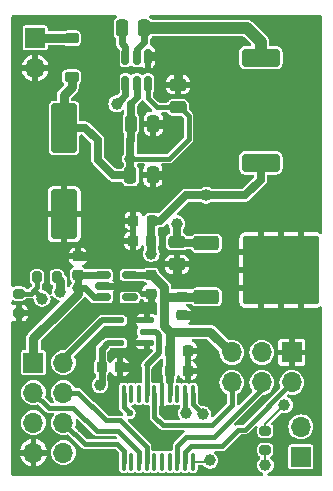
<source format=gbr>
%TF.GenerationSoftware,KiCad,Pcbnew,8.0.9-8.0.9-0~ubuntu24.04.1*%
%TF.CreationDate,2025-04-13T18:37:49+02:00*%
%TF.ProjectId,FastLapLights5V,46617374-4c61-4704-9c69-676874733556,MK4*%
%TF.SameCoordinates,Original*%
%TF.FileFunction,Copper,L1,Top*%
%TF.FilePolarity,Positive*%
%FSLAX46Y46*%
G04 Gerber Fmt 4.6, Leading zero omitted, Abs format (unit mm)*
G04 Created by KiCad (PCBNEW 8.0.9-8.0.9-0~ubuntu24.04.1) date 2025-04-13 18:37:49*
%MOMM*%
%LPD*%
G01*
G04 APERTURE LIST*
G04 Aperture macros list*
%AMRoundRect*
0 Rectangle with rounded corners*
0 $1 Rounding radius*
0 $2 $3 $4 $5 $6 $7 $8 $9 X,Y pos of 4 corners*
0 Add a 4 corners polygon primitive as box body*
4,1,4,$2,$3,$4,$5,$6,$7,$8,$9,$2,$3,0*
0 Add four circle primitives for the rounded corners*
1,1,$1+$1,$2,$3*
1,1,$1+$1,$4,$5*
1,1,$1+$1,$6,$7*
1,1,$1+$1,$8,$9*
0 Add four rect primitives between the rounded corners*
20,1,$1+$1,$2,$3,$4,$5,0*
20,1,$1+$1,$4,$5,$6,$7,0*
20,1,$1+$1,$6,$7,$8,$9,0*
20,1,$1+$1,$8,$9,$2,$3,0*%
G04 Aperture macros list end*
%TA.AperFunction,ComponentPad*%
%ADD10R,1.700000X1.700000*%
%TD*%
%TA.AperFunction,ComponentPad*%
%ADD11O,1.700000X1.700000*%
%TD*%
%TA.AperFunction,SMDPad,CuDef*%
%ADD12RoundRect,0.225000X-0.250000X0.225000X-0.250000X-0.225000X0.250000X-0.225000X0.250000X0.225000X0*%
%TD*%
%TA.AperFunction,SMDPad,CuDef*%
%ADD13RoundRect,0.250000X-0.250000X-0.475000X0.250000X-0.475000X0.250000X0.475000X-0.250000X0.475000X0*%
%TD*%
%TA.AperFunction,SMDPad,CuDef*%
%ADD14RoundRect,0.150000X-0.512500X-0.150000X0.512500X-0.150000X0.512500X0.150000X-0.512500X0.150000X0*%
%TD*%
%TA.AperFunction,SMDPad,CuDef*%
%ADD15RoundRect,0.225000X-0.225000X-0.250000X0.225000X-0.250000X0.225000X0.250000X-0.225000X0.250000X0*%
%TD*%
%TA.AperFunction,SMDPad,CuDef*%
%ADD16RoundRect,0.250000X-0.850000X-0.350000X0.850000X-0.350000X0.850000X0.350000X-0.850000X0.350000X0*%
%TD*%
%TA.AperFunction,SMDPad,CuDef*%
%ADD17RoundRect,0.250000X-1.275000X-1.125000X1.275000X-1.125000X1.275000X1.125000X-1.275000X1.125000X0*%
%TD*%
%TA.AperFunction,SMDPad,CuDef*%
%ADD18RoundRect,0.249997X-2.950003X-2.650003X2.950003X-2.650003X2.950003X2.650003X-2.950003X2.650003X0*%
%TD*%
%TA.AperFunction,SMDPad,CuDef*%
%ADD19RoundRect,0.250000X-0.475000X0.250000X-0.475000X-0.250000X0.475000X-0.250000X0.475000X0.250000X0*%
%TD*%
%TA.AperFunction,SMDPad,CuDef*%
%ADD20RoundRect,0.225000X0.250000X-0.225000X0.250000X0.225000X-0.250000X0.225000X-0.250000X-0.225000X0*%
%TD*%
%TA.AperFunction,SMDPad,CuDef*%
%ADD21RoundRect,0.150000X0.150000X-0.512500X0.150000X0.512500X-0.150000X0.512500X-0.150000X-0.512500X0*%
%TD*%
%TA.AperFunction,SMDPad,CuDef*%
%ADD22RoundRect,0.200000X-0.275000X0.200000X-0.275000X-0.200000X0.275000X-0.200000X0.275000X0.200000X0*%
%TD*%
%TA.AperFunction,SMDPad,CuDef*%
%ADD23RoundRect,0.125000X-0.500000X0.125000X-0.500000X-0.125000X0.500000X-0.125000X0.500000X0.125000X0*%
%TD*%
%TA.AperFunction,SMDPad,CuDef*%
%ADD24RoundRect,0.220000X-0.880000X1.880000X-0.880000X-1.880000X0.880000X-1.880000X0.880000X1.880000X0*%
%TD*%
%TA.AperFunction,SMDPad,CuDef*%
%ADD25RoundRect,0.225000X0.225000X0.250000X-0.225000X0.250000X-0.225000X-0.250000X0.225000X-0.250000X0*%
%TD*%
%TA.AperFunction,SMDPad,CuDef*%
%ADD26RoundRect,0.250000X0.475000X-0.250000X0.475000X0.250000X-0.475000X0.250000X-0.475000X-0.250000X0*%
%TD*%
%TA.AperFunction,SMDPad,CuDef*%
%ADD27RoundRect,0.250000X0.250000X0.475000X-0.250000X0.475000X-0.250000X-0.475000X0.250000X-0.475000X0*%
%TD*%
%TA.AperFunction,SMDPad,CuDef*%
%ADD28RoundRect,0.225000X0.375000X-0.225000X0.375000X0.225000X-0.375000X0.225000X-0.375000X-0.225000X0*%
%TD*%
%TA.AperFunction,SMDPad,CuDef*%
%ADD29RoundRect,0.100000X-0.100000X0.637500X-0.100000X-0.637500X0.100000X-0.637500X0.100000X0.637500X0*%
%TD*%
%TA.AperFunction,SMDPad,CuDef*%
%ADD30RoundRect,0.400000X-1.250000X-0.400000X1.250000X-0.400000X1.250000X0.400000X-1.250000X0.400000X0*%
%TD*%
%TA.AperFunction,SMDPad,CuDef*%
%ADD31RoundRect,0.200000X0.200000X0.275000X-0.200000X0.275000X-0.200000X-0.275000X0.200000X-0.275000X0*%
%TD*%
%TA.AperFunction,ViaPad*%
%ADD32C,1.000000*%
%TD*%
%TA.AperFunction,ViaPad*%
%ADD33C,0.700000*%
%TD*%
%TA.AperFunction,ViaPad*%
%ADD34C,0.600000*%
%TD*%
%TA.AperFunction,Conductor*%
%ADD35C,0.600000*%
%TD*%
%TA.AperFunction,Conductor*%
%ADD36C,0.800000*%
%TD*%
%TA.AperFunction,Conductor*%
%ADD37C,0.400000*%
%TD*%
%TA.AperFunction,Conductor*%
%ADD38C,0.700000*%
%TD*%
%TA.AperFunction,Conductor*%
%ADD39C,0.200000*%
%TD*%
%TA.AperFunction,Conductor*%
%ADD40C,0.500000*%
%TD*%
%TA.AperFunction,Conductor*%
%ADD41C,1.000000*%
%TD*%
G04 APERTURE END LIST*
D10*
%TO.P,J4,1,Pin_1*%
%TO.N,+5V*%
X44860000Y-116620000D03*
D11*
%TO.P,J4,2,Pin_2*%
%TO.N,/START_LIGHTS_5V*%
X47400000Y-116620000D03*
%TO.P,J4,3,Pin_3*%
%TO.N,/TRACK_LIGHTS_G*%
X44860000Y-119160000D03*
%TO.P,J4,4,Pin_4*%
%TO.N,/TRACK_LIGHTS_R*%
X47400000Y-119160000D03*
%TO.P,J4,5,Pin_5*%
%TO.N,/IO_POWER_RAIL_INT*%
X44860000Y-121700000D03*
%TO.P,J4,6,Pin_6*%
%TO.N,/IO_POWER_RAIL_DATA*%
X47400000Y-121700000D03*
%TO.P,J4,7,Pin_7*%
%TO.N,GND*%
X44860000Y-124240000D03*
%TO.P,J4,8,Pin_8*%
%TO.N,+3.3V*%
X47400000Y-124240000D03*
%TD*%
D12*
%TO.P,C8,1*%
%TO.N,+3.3V*%
X54825000Y-109225000D03*
%TO.P,C8,2*%
%TO.N,GND*%
X54825000Y-110775000D03*
%TD*%
D10*
%TO.P,J1,1,Pin_1*%
%TO.N,VRAIL*%
X45000000Y-89125000D03*
D11*
%TO.P,J1,2,Pin_2*%
%TO.N,GND*%
X45000000Y-91665000D03*
%TD*%
D13*
%TO.P,C4,1*%
%TO.N,/VRAIL_CAP*%
X53075000Y-100750000D03*
%TO.P,C4,2*%
%TO.N,GND*%
X54975000Y-100750000D03*
%TD*%
D14*
%TO.P,U3,1,VIN*%
%TO.N,+5V*%
X50750000Y-109200000D03*
%TO.P,U3,2,GND*%
%TO.N,GND*%
X50750000Y-110150000D03*
%TO.P,U3,3,EN*%
%TO.N,+5V*%
X50750000Y-111100000D03*
%TO.P,U3,4,NC*%
%TO.N,unconnected-(U3-NC-Pad4)*%
X53025000Y-111100000D03*
%TO.P,U3,5,VOUT*%
%TO.N,+3.3V*%
X53025000Y-109200000D03*
%TD*%
D15*
%TO.P,C2,1*%
%TO.N,+3.3V*%
X56425000Y-117300000D03*
%TO.P,C2,2*%
%TO.N,GND*%
X57975000Y-117300000D03*
%TD*%
D16*
%TO.P,U4,1,VCC*%
%TO.N,/VRAIL_CAP*%
X59500000Y-106500000D03*
D17*
%TO.P,U4,2,GND*%
%TO.N,GND*%
X64125000Y-107255000D03*
X64125000Y-110305000D03*
D18*
X65800000Y-108780000D03*
D17*
X67475000Y-107255000D03*
X67475000Y-110305000D03*
D16*
%TO.P,U4,3,VO*%
%TO.N,+3.3V*%
X59500000Y-111060000D03*
%TD*%
D19*
%TO.P,C12,1*%
%TO.N,/VRAIL_CAP*%
X57000000Y-106400000D03*
%TO.P,C12,2*%
%TO.N,GND*%
X57000000Y-108300000D03*
%TD*%
D20*
%TO.P,C7,1*%
%TO.N,+5V*%
X48625000Y-109175000D03*
%TO.P,C7,2*%
%TO.N,GND*%
X48625000Y-107625000D03*
%TD*%
D15*
%TO.P,C14,1*%
%TO.N,+5V*%
X50625000Y-117000000D03*
%TO.P,C14,2*%
%TO.N,GND*%
X52175000Y-117000000D03*
%TD*%
D21*
%TO.P,U2,1,FB*%
%TO.N,+5V*%
X52650000Y-93000000D03*
%TO.P,U2,2,EN*%
%TO.N,/VRAIL_CAP*%
X53600000Y-93000000D03*
%TO.P,U2,3,IN*%
X54550000Y-93000000D03*
%TO.P,U2,4,GND*%
%TO.N,GND*%
X54550000Y-90725000D03*
%TO.P,U2,5,SW*%
%TO.N,Net-(U2-SW)*%
X53600000Y-90725000D03*
%TO.P,U2,6,BST*%
%TO.N,Net-(U2-BST)*%
X52650000Y-90725000D03*
%TD*%
D22*
%TO.P,R3,1*%
%TO.N,/IO_POWER_RAIL_DATA*%
X43600000Y-110775000D03*
%TO.P,R3,2*%
%TO.N,GND*%
X43600000Y-112425000D03*
%TD*%
D23*
%TO.P,IC1,1,~{OE}*%
%TO.N,GND*%
X54450000Y-114950000D03*
%TO.P,IC1,2,A*%
%TO.N,/START_LIGHTS*%
X54450000Y-114000000D03*
%TO.P,IC1,3,GND*%
%TO.N,GND*%
X54450000Y-113050000D03*
%TO.P,IC1,4,Y*%
%TO.N,/START_LIGHTS_5V*%
X51950000Y-113050000D03*
%TO.P,IC1,5,VCC*%
%TO.N,+5V*%
X51950000Y-114950000D03*
%TD*%
D24*
%TO.P,C3,1*%
%TO.N,/VRAIL_CAP*%
X47450000Y-96750000D03*
%TO.P,C3,2*%
%TO.N,GND*%
X47450000Y-104050000D03*
%TD*%
D25*
%TO.P,C10,1*%
%TO.N,+5V*%
X54875000Y-104600000D03*
%TO.P,C10,2*%
%TO.N,GND*%
X53325000Y-104600000D03*
%TD*%
%TO.P,C11,1*%
%TO.N,+5V*%
X54825000Y-106300000D03*
%TO.P,C11,2*%
%TO.N,GND*%
X53275000Y-106300000D03*
%TD*%
D26*
%TO.P,C9,1*%
%TO.N,/VRAIL_CAP*%
X57100000Y-95000000D03*
%TO.P,C9,2*%
%TO.N,GND*%
X57100000Y-93100000D03*
%TD*%
D13*
%TO.P,C6,1*%
%TO.N,/VRAIL_CAP*%
X53100000Y-96400000D03*
%TO.P,C6,2*%
%TO.N,GND*%
X55000000Y-96400000D03*
%TD*%
D27*
%TO.P,C5,1*%
%TO.N,Net-(U2-SW)*%
X54250000Y-88300000D03*
%TO.P,C5,2*%
%TO.N,Net-(U2-BST)*%
X52350000Y-88300000D03*
%TD*%
D28*
%TO.P,D1,1,K*%
%TO.N,/VRAIL_CAP*%
X48100000Y-92450000D03*
%TO.P,D1,2,A*%
%TO.N,VRAIL*%
X48100000Y-89150000D03*
%TD*%
D29*
%TO.P,U1,1,PB7*%
%TO.N,/I2C_SCL*%
X58350000Y-119275000D03*
%TO.P,U1,2,PC14*%
%TO.N,/I2C_SDA*%
X57700000Y-119275000D03*
%TO.P,U1,3,PC15*%
%TO.N,unconnected-(U1-PC15-Pad3)*%
X57050000Y-119275000D03*
%TO.P,U1,4,VDD*%
%TO.N,+3.3V*%
X56400000Y-119275000D03*
%TO.P,U1,5,VSS*%
%TO.N,GND*%
X55750000Y-119275000D03*
%TO.P,U1,6,PF2*%
%TO.N,/SWD_NRST*%
X55100000Y-119275000D03*
%TO.P,U1,7,PA0*%
%TO.N,/START_LIGHTS*%
X54450000Y-119275000D03*
%TO.P,U1,8,PA1*%
%TO.N,unconnected-(U1-PA1-Pad8)*%
X53800000Y-119275000D03*
%TO.P,U1,9,PA2*%
%TO.N,unconnected-(U1-PA2-Pad9)*%
X53150000Y-119275000D03*
%TO.P,U1,10,PA3*%
%TO.N,/IO_POWER_RAIL_INT*%
X52500000Y-119275000D03*
%TO.P,U1,11,PA4*%
%TO.N,/IO_POWER_RAIL_DATA*%
X52500000Y-125000000D03*
%TO.P,U1,12,PA5*%
%TO.N,unconnected-(U1-PA5-Pad12)*%
X53150000Y-125000000D03*
%TO.P,U1,13,PA6*%
%TO.N,/TRACK_LIGHTS_G*%
X53800000Y-125000000D03*
%TO.P,U1,14,PA7*%
%TO.N,/TRACK_LIGHTS_R*%
X54450000Y-125000000D03*
%TO.P,U1,15,PA8*%
%TO.N,unconnected-(U1-PA8-Pad15)*%
X55100000Y-125000000D03*
%TO.P,U1,16,PA9/PA11*%
%TO.N,unconnected-(U1-PA9{slash}PA11-Pad16)*%
X55750000Y-125000000D03*
%TO.P,U1,17,PA10/PA12*%
%TO.N,unconnected-(U1-PA10{slash}PA12-Pad17)*%
X56400000Y-125000000D03*
%TO.P,U1,18,PA13*%
%TO.N,/SWD_SWDIO*%
X57050000Y-125000000D03*
%TO.P,U1,19,PA14*%
%TO.N,/SWD_SWCLK*%
X57700000Y-125000000D03*
%TO.P,U1,20,PB6*%
%TO.N,Net-(JP1-B)*%
X58350000Y-125000000D03*
%TD*%
D10*
%TO.P,J3,1,Pin_1*%
%TO.N,/I2C_SDA*%
X67500000Y-124600000D03*
D11*
%TO.P,J3,2,Pin_2*%
%TO.N,/I2C_SCL*%
X67500000Y-122060000D03*
%TD*%
D15*
%TO.P,C1,1*%
%TO.N,+3.3V*%
X56425000Y-115600000D03*
%TO.P,C1,2*%
%TO.N,GND*%
X57975000Y-115600000D03*
%TD*%
D10*
%TO.P,J2,1,Pin_1*%
%TO.N,GND*%
X66740000Y-115760000D03*
D11*
%TO.P,J2,2,Pin_2*%
%TO.N,/SWD_SWCLK*%
X66740000Y-118300000D03*
%TO.P,J2,3,Pin_3*%
%TO.N,+3.3V*%
X64200000Y-115760000D03*
%TO.P,J2,4,Pin_4*%
%TO.N,/SWD_SWDIO*%
X64200000Y-118300000D03*
%TO.P,J2,5,Pin_5*%
%TO.N,+3.3V*%
X61660000Y-115760000D03*
%TO.P,J2,6,Pin_6*%
%TO.N,/SWD_NRST*%
X61660000Y-118300000D03*
%TD*%
D12*
%TO.P,C13,1*%
%TO.N,+3.3V*%
X57400000Y-111025000D03*
%TO.P,C13,2*%
%TO.N,GND*%
X57400000Y-112575000D03*
%TD*%
D30*
%TO.P,L1,1,1*%
%TO.N,Net-(U2-SW)*%
X64100000Y-90800000D03*
%TO.P,L1,2,2*%
%TO.N,+5V*%
X64100000Y-99700000D03*
%TD*%
D22*
%TO.P,R1,1*%
%TO.N,+3.3V*%
X64500000Y-122375000D03*
%TO.P,R1,2*%
%TO.N,Net-(JP1-A)*%
X64500000Y-124025000D03*
%TD*%
D31*
%TO.P,R2,1*%
%TO.N,VRAIL*%
X46825000Y-109400000D03*
%TO.P,R2,2*%
%TO.N,/IO_POWER_RAIL_DATA*%
X45175000Y-109400000D03*
%TD*%
D32*
%TO.N,GND*%
X53400000Y-117000000D03*
X45000000Y-107300000D03*
X54300000Y-98300000D03*
X64000000Y-104200000D03*
X45000000Y-93800000D03*
X68500000Y-104200000D03*
X50600000Y-125300000D03*
X50200000Y-107625000D03*
X62500000Y-104200000D03*
X61000000Y-113200000D03*
X57100000Y-91875000D03*
X61500000Y-108700000D03*
X55925000Y-90700000D03*
X54200000Y-121900000D03*
X61500000Y-110200000D03*
X67000000Y-104200000D03*
X52025000Y-110200000D03*
X56200000Y-120900000D03*
X54825000Y-111950000D03*
D33*
X55300000Y-117500000D03*
D32*
X65500000Y-104200000D03*
X56225000Y-96450000D03*
X64000000Y-113200000D03*
X68500000Y-113200000D03*
X53100000Y-114000000D03*
X56050000Y-100750000D03*
X62500000Y-113200000D03*
D34*
X48900000Y-122200000D03*
D32*
X55700000Y-123200000D03*
X59500000Y-118700000D03*
X58800000Y-112600000D03*
X57000000Y-109375000D03*
X59500000Y-117200000D03*
X46600000Y-107400000D03*
X50900000Y-119700000D03*
X58200000Y-103900000D03*
X67000000Y-113200000D03*
X65500000Y-113200000D03*
X61000000Y-104200000D03*
X61500000Y-107200000D03*
%TO.N,+3.3V*%
X66112792Y-120200000D03*
%TO.N,/I2C_SDA*%
X57800000Y-120900000D03*
%TO.N,/I2C_SCL*%
X59200000Y-121000000D03*
%TO.N,VRAIL*%
X47100000Y-110600000D03*
%TO.N,/IO_POWER_RAIL_DATA*%
X45600000Y-111200000D03*
%TO.N,/VRAIL_CAP*%
X53075000Y-99350000D03*
X57000000Y-104850000D03*
D34*
%TO.N,/IO_POWER_RAIL_INT*%
X53000000Y-120900000D03*
D32*
%TO.N,+5V*%
X51900000Y-94700000D03*
X50500000Y-118500000D03*
X48625000Y-110300000D03*
X59500000Y-102450000D03*
X54845000Y-107395000D03*
%TO.N,Net-(JP1-A)*%
X64500000Y-125300000D03*
%TO.N,Net-(JP1-B)*%
X59800000Y-124900000D03*
%TD*%
D35*
%TO.N,GND*%
X52025000Y-110200000D02*
X51975000Y-110150000D01*
D36*
X57100000Y-91875000D02*
X57100000Y-93125000D01*
X52175000Y-117000000D02*
X53400000Y-117000000D01*
X55925000Y-90700000D02*
X54675000Y-90700000D01*
D35*
X54825000Y-110775000D02*
X54825000Y-111950000D01*
D36*
X58775000Y-112575000D02*
X58800000Y-112600000D01*
X48625000Y-107625000D02*
X50200000Y-107625000D01*
D35*
X51975000Y-110150000D02*
X50750000Y-110150000D01*
D36*
X56225000Y-96450000D02*
X54975000Y-96450000D01*
X57000000Y-109375000D02*
X57000000Y-108125000D01*
X56050000Y-100750000D02*
X54800000Y-100750000D01*
X57400000Y-112575000D02*
X58775000Y-112575000D01*
D37*
%TO.N,/TRACK_LIGHTS_R*%
X48660000Y-119160000D02*
X47400000Y-119160000D01*
X52200000Y-121500000D02*
X51000000Y-121500000D01*
X54450000Y-123750000D02*
X52200000Y-121500000D01*
X51000000Y-121500000D02*
X48660000Y-119160000D01*
X54450000Y-125000000D02*
X54450000Y-123750000D01*
%TO.N,+3.3V*%
X56400000Y-119275000D02*
X56400000Y-118200000D01*
D36*
X61560000Y-115760000D02*
X61660000Y-115760000D01*
D38*
X56400000Y-117900000D02*
X56425000Y-117875000D01*
D36*
X57400000Y-111025000D02*
X59465000Y-111025000D01*
X59465000Y-111025000D02*
X59500000Y-111060000D01*
X56425000Y-115600000D02*
X56425000Y-117300000D01*
D38*
X56425000Y-117875000D02*
X56425000Y-117300000D01*
D36*
X59800000Y-114000000D02*
X61560000Y-115760000D01*
X56425000Y-114000000D02*
X59800000Y-114000000D01*
X54922960Y-109225000D02*
X55925000Y-110227040D01*
D39*
X64500000Y-122375000D02*
X64500000Y-121812792D01*
D36*
X55950000Y-111025000D02*
X55925000Y-111000000D01*
X55925000Y-113500000D02*
X56425000Y-114000000D01*
X56425000Y-115600000D02*
X56425000Y-114000000D01*
X55925000Y-110227040D02*
X55925000Y-111000000D01*
D39*
X64500000Y-121812792D02*
X66112792Y-120200000D01*
D36*
X57400000Y-111025000D02*
X55950000Y-111025000D01*
D35*
X54800000Y-109200000D02*
X54825000Y-109225000D01*
D36*
X55925000Y-111000000D02*
X55925000Y-113500000D01*
D38*
X56400000Y-118200000D02*
X56400000Y-117900000D01*
D35*
X53025000Y-109200000D02*
X54800000Y-109200000D01*
D36*
X54825000Y-109225000D02*
X54922960Y-109225000D01*
D40*
%TO.N,/START_LIGHTS*%
X54450000Y-116850000D02*
X55475000Y-115825000D01*
X55200000Y-114000000D02*
X54450000Y-114000000D01*
D37*
X54450000Y-119275000D02*
X54450000Y-116850000D01*
D40*
X55475000Y-115825000D02*
X55475000Y-114275000D01*
X55475000Y-114275000D02*
X55200000Y-114000000D01*
D37*
%TO.N,/SWD_NRST*%
X55800000Y-121900000D02*
X60000000Y-121900000D01*
X55100000Y-121200000D02*
X55800000Y-121900000D01*
X60000000Y-121900000D02*
X61660000Y-120240000D01*
X61660000Y-120240000D02*
X61660000Y-118300000D01*
X55100000Y-119275000D02*
X55100000Y-121200000D01*
%TO.N,/SWD_SWCLK*%
X57700000Y-124200000D02*
X58200000Y-123700000D01*
X57700000Y-125000000D02*
X57700000Y-124200000D01*
X62200000Y-122300000D02*
X62740000Y-122300000D01*
X58200000Y-123700000D02*
X60800000Y-123700000D01*
X60800000Y-123700000D02*
X62200000Y-122300000D01*
X62740000Y-122300000D02*
X66740000Y-118300000D01*
%TO.N,/SWD_SWDIO*%
X57050000Y-123650000D02*
X57800000Y-122900000D01*
X64200000Y-118851472D02*
X64200000Y-118300000D01*
X57050000Y-125000000D02*
X57050000Y-123650000D01*
X60151472Y-122900000D02*
X64200000Y-118851472D01*
X57800000Y-122900000D02*
X60151472Y-122900000D01*
%TO.N,/I2C_SDA*%
X57700000Y-119275000D02*
X57700000Y-120800000D01*
X57700000Y-120800000D02*
X57800000Y-120900000D01*
%TO.N,/I2C_SCL*%
X58350000Y-120150000D02*
X58350000Y-119275000D01*
X59200000Y-121000000D02*
X58350000Y-120150000D01*
D36*
%TO.N,VRAIL*%
X48075000Y-89125000D02*
X48100000Y-89150000D01*
X47100000Y-110600000D02*
X47100000Y-109675000D01*
X47100000Y-109675000D02*
X46825000Y-109400000D01*
X45000000Y-89125000D02*
X48075000Y-89125000D01*
D37*
%TO.N,/IO_POWER_RAIL_DATA*%
X52500000Y-125000000D02*
X52500000Y-124100000D01*
X44900000Y-110500000D02*
X45600000Y-111200000D01*
X49200000Y-123500000D02*
X47400000Y-121700000D01*
X51900000Y-123500000D02*
X49200000Y-123500000D01*
X44625000Y-110775000D02*
X43600000Y-110775000D01*
X52500000Y-124100000D02*
X51900000Y-123500000D01*
X45175000Y-110225000D02*
X44900000Y-110500000D01*
X45175000Y-109400000D02*
X45175000Y-110225000D01*
X44900000Y-110500000D02*
X44625000Y-110775000D01*
D38*
%TO.N,/VRAIL_CAP*%
X53075000Y-96425000D02*
X53100000Y-96400000D01*
X51600000Y-100750000D02*
X53075000Y-100750000D01*
D35*
X53600000Y-93000000D02*
X53600000Y-94150000D01*
D38*
X50300000Y-97800000D02*
X50300000Y-99450000D01*
X53075000Y-100750000D02*
X53075000Y-99350000D01*
X50300000Y-99450000D02*
X51600000Y-100750000D01*
X49250000Y-96750000D02*
X50300000Y-97800000D01*
X53075000Y-99350000D02*
X53075000Y-97775000D01*
D37*
X58000000Y-97700000D02*
X58000000Y-95700000D01*
D38*
X53100000Y-94720711D02*
X53135356Y-94685355D01*
X57000000Y-106400000D02*
X57000000Y-104850000D01*
X57092500Y-106492500D02*
X57000000Y-106400000D01*
D36*
X47450000Y-93950000D02*
X47450000Y-96750000D01*
D37*
X57100000Y-95000000D02*
X55300000Y-95000000D01*
D38*
X53075000Y-97775000D02*
X53100000Y-97750000D01*
X53100000Y-96400000D02*
X53100000Y-94720711D01*
D35*
X53600000Y-94150000D02*
X53100000Y-94650000D01*
D36*
X48100000Y-93300000D02*
X47450000Y-93950000D01*
D38*
X59500000Y-106492500D02*
X57092500Y-106492500D01*
D37*
X57300000Y-95000000D02*
X57100000Y-95000000D01*
X55300000Y-95000000D02*
X54550000Y-94250000D01*
D38*
X53100000Y-97750000D02*
X53100000Y-96400000D01*
D37*
X54550000Y-94250000D02*
X54550000Y-93000000D01*
X56350000Y-99350000D02*
X58000000Y-97700000D01*
X58000000Y-95700000D02*
X57300000Y-95000000D01*
X53075000Y-99350000D02*
X56350000Y-99350000D01*
D36*
X48100000Y-92450000D02*
X48100000Y-93300000D01*
D38*
X47450000Y-96750000D02*
X49250000Y-96750000D01*
D37*
%TO.N,/TRACK_LIGHTS_G*%
X53800000Y-124202622D02*
X51997378Y-122400000D01*
X48250000Y-120450000D02*
X46150000Y-120450000D01*
X50200000Y-122400000D02*
X48250000Y-120450000D01*
X51997378Y-122400000D02*
X50200000Y-122400000D01*
X53800000Y-125000000D02*
X53800000Y-124202622D01*
X46150000Y-120450000D02*
X44860000Y-119160000D01*
%TO.N,/IO_POWER_RAIL_INT*%
X52500000Y-120400000D02*
X53000000Y-120900000D01*
X52500000Y-119275000D02*
X52500000Y-120400000D01*
D35*
%TO.N,+5V*%
X50625000Y-115475000D02*
X50900000Y-115200000D01*
D40*
X50900000Y-115200000D02*
X51150000Y-114950000D01*
D38*
X59500000Y-102450000D02*
X62800000Y-102450000D01*
X55600000Y-104600000D02*
X57750000Y-102450000D01*
D35*
X50625000Y-117000000D02*
X50625000Y-115475000D01*
X50025000Y-111100000D02*
X49225000Y-110300000D01*
D36*
X47250000Y-112150000D02*
X44860000Y-114540000D01*
D35*
X48625000Y-110300000D02*
X48625000Y-109175000D01*
D36*
X44902960Y-116620000D02*
X44860000Y-116620000D01*
X54845000Y-107395000D02*
X54845000Y-106220000D01*
D38*
X57750000Y-102450000D02*
X59500000Y-102450000D01*
X54825000Y-104650000D02*
X54875000Y-104600000D01*
D35*
X50750000Y-109200000D02*
X48650000Y-109200000D01*
X49225000Y-110300000D02*
X48625000Y-110300000D01*
D38*
X54875000Y-104600000D02*
X55600000Y-104600000D01*
D35*
X50750000Y-111100000D02*
X50025000Y-111100000D01*
D38*
X62800000Y-102450000D02*
X64100000Y-101150000D01*
D35*
X52459314Y-94159315D02*
X51918629Y-94700000D01*
X51918629Y-94700000D02*
X51900000Y-94700000D01*
D36*
X44625000Y-116385000D02*
X44860000Y-116620000D01*
D40*
X51150000Y-114950000D02*
X51950000Y-114950000D01*
D36*
X44860000Y-114540000D02*
X44860000Y-116620000D01*
D38*
X64100000Y-101150000D02*
X64100000Y-99700000D01*
X54825000Y-106300000D02*
X54825000Y-104650000D01*
D35*
X48650000Y-109200000D02*
X48625000Y-109175000D01*
D36*
X48625000Y-110775000D02*
X47250000Y-112150000D01*
D35*
X52650000Y-93000000D02*
X52650000Y-93968629D01*
X50625000Y-118375000D02*
X50625000Y-117000000D01*
X52650000Y-93968629D02*
X52459314Y-94159315D01*
D36*
X48625000Y-110300000D02*
X48625000Y-110775000D01*
D35*
X50500000Y-118500000D02*
X50625000Y-118375000D01*
D39*
%TO.N,Net-(JP1-A)*%
X64500000Y-125300000D02*
X64500000Y-124025000D01*
%TO.N,Net-(JP1-B)*%
X59700000Y-125000000D02*
X59800000Y-124900000D01*
X58350000Y-125000000D02*
X59700000Y-125000000D01*
D40*
%TO.N,/START_LIGHTS_5V*%
X50650000Y-113050000D02*
X47400000Y-116300000D01*
X51950000Y-113050000D02*
X50650000Y-113050000D01*
X47400000Y-116300000D02*
X47400000Y-116620000D01*
D35*
%TO.N,Net-(U2-SW)*%
X53600000Y-90725000D02*
X53600000Y-90089106D01*
D41*
X64100000Y-89450000D02*
X64100000Y-90800000D01*
X54250000Y-88300000D02*
X62950000Y-88300000D01*
X62950000Y-88300000D02*
X64100000Y-89450000D01*
D35*
X54250000Y-89439106D02*
X54250000Y-88300000D01*
X53600000Y-90089106D02*
X54250000Y-89439106D01*
%TO.N,Net-(U2-BST)*%
X52650000Y-89900000D02*
X52350000Y-89600000D01*
X52350000Y-89600000D02*
X52350000Y-88300000D01*
X52650000Y-90725000D02*
X52650000Y-89900000D01*
%TD*%
%TA.AperFunction,Conductor*%
%TO.N,GND*%
G36*
X54175085Y-120163757D02*
G01*
X54280004Y-120210083D01*
X54280009Y-120210085D01*
X54305135Y-120213000D01*
X54575500Y-120212999D01*
X54642539Y-120232683D01*
X54688294Y-120285487D01*
X54699500Y-120336999D01*
X54699500Y-121147273D01*
X54699500Y-121252727D01*
X54703191Y-121266502D01*
X54726793Y-121354589D01*
X54750288Y-121395282D01*
X54779520Y-121445913D01*
X55479519Y-122145912D01*
X55479520Y-122145913D01*
X55554087Y-122220480D01*
X55645413Y-122273207D01*
X55747273Y-122300500D01*
X55747275Y-122300500D01*
X57574588Y-122300500D01*
X57641627Y-122320185D01*
X57687382Y-122372989D01*
X57697326Y-122442147D01*
X57668301Y-122505703D01*
X57636589Y-122531887D01*
X57554087Y-122579520D01*
X57554084Y-122579522D01*
X56729522Y-123404084D01*
X56729520Y-123404087D01*
X56677846Y-123493589D01*
X56676793Y-123495412D01*
X56655490Y-123574916D01*
X56653094Y-123583858D01*
X56649500Y-123597270D01*
X56649500Y-123938000D01*
X56629815Y-124005039D01*
X56577011Y-124050794D01*
X56525500Y-124062000D01*
X56255143Y-124062000D01*
X56255117Y-124062002D01*
X56230013Y-124064913D01*
X56211229Y-124073207D01*
X56139017Y-124105092D01*
X56125086Y-124111243D01*
X56055807Y-124120314D01*
X56024914Y-124111243D01*
X56022765Y-124110294D01*
X55919991Y-124064915D01*
X55894865Y-124062000D01*
X55605143Y-124062000D01*
X55605117Y-124062002D01*
X55580013Y-124064913D01*
X55561229Y-124073207D01*
X55489017Y-124105092D01*
X55475086Y-124111243D01*
X55405807Y-124120314D01*
X55374914Y-124111243D01*
X55372765Y-124110294D01*
X55269991Y-124064915D01*
X55263709Y-124064186D01*
X55244868Y-124062000D01*
X54974500Y-124062000D01*
X54907461Y-124042315D01*
X54861706Y-123989511D01*
X54850500Y-123938000D01*
X54850500Y-123812729D01*
X54850501Y-123812716D01*
X54850501Y-123697276D01*
X54850501Y-123697274D01*
X54823207Y-123595413D01*
X54796699Y-123549500D01*
X54770480Y-123504087D01*
X54695913Y-123429520D01*
X54691582Y-123425189D01*
X54691571Y-123425179D01*
X52878574Y-121612181D01*
X52845089Y-121550858D01*
X52850073Y-121481166D01*
X52891945Y-121425233D01*
X52957409Y-121400816D01*
X52966255Y-121400500D01*
X53071962Y-121400500D01*
X53071962Y-121400499D01*
X53210053Y-121359953D01*
X53331128Y-121282143D01*
X53425377Y-121173373D01*
X53485165Y-121042457D01*
X53505647Y-120900000D01*
X53485165Y-120757543D01*
X53425377Y-120626627D01*
X53331128Y-120517857D01*
X53212023Y-120441313D01*
X53166270Y-120388511D01*
X53156326Y-120319352D01*
X53185351Y-120255797D01*
X53244129Y-120218022D01*
X53279063Y-120212999D01*
X53294864Y-120212999D01*
X53294879Y-120212997D01*
X53294882Y-120212997D01*
X53319987Y-120210086D01*
X53319987Y-120210085D01*
X53319991Y-120210085D01*
X53422765Y-120164706D01*
X53422766Y-120164704D01*
X53424912Y-120163757D01*
X53494190Y-120154685D01*
X53525085Y-120163757D01*
X53630004Y-120210083D01*
X53630009Y-120210085D01*
X53655135Y-120213000D01*
X53944864Y-120212999D01*
X53944879Y-120212997D01*
X53944882Y-120212997D01*
X53969987Y-120210086D01*
X53969987Y-120210085D01*
X53969991Y-120210085D01*
X54072765Y-120164706D01*
X54072766Y-120164704D01*
X54074912Y-120163757D01*
X54144190Y-120154685D01*
X54175085Y-120163757D01*
G37*
%TD.AperFunction*%
%TA.AperFunction,Conductor*%
G36*
X48632355Y-121401263D02*
G01*
X48648410Y-121414803D01*
X49879519Y-122645912D01*
X49879520Y-122645913D01*
X49954087Y-122720480D01*
X50045413Y-122773207D01*
X50147273Y-122800500D01*
X51780123Y-122800500D01*
X51847162Y-122820185D01*
X51867804Y-122836819D01*
X51918804Y-122887819D01*
X51952289Y-122949142D01*
X51947305Y-123018834D01*
X51905433Y-123074767D01*
X51839969Y-123099184D01*
X51831123Y-123099500D01*
X49417255Y-123099500D01*
X49350216Y-123079815D01*
X49329574Y-123063181D01*
X48426649Y-122160256D01*
X48393164Y-122098933D01*
X48395669Y-122036580D01*
X48407013Y-121999184D01*
X48435300Y-121905934D01*
X48455583Y-121700000D01*
X48437326Y-121514637D01*
X48450345Y-121445992D01*
X48498410Y-121395282D01*
X48566260Y-121378607D01*
X48632355Y-121401263D01*
G37*
%TD.AperFunction*%
%TA.AperFunction,Conductor*%
G36*
X55743834Y-116295783D02*
G01*
X55799767Y-116337655D01*
X55824184Y-116403119D01*
X55824500Y-116411965D01*
X55824500Y-116819945D01*
X55810986Y-116876238D01*
X55790279Y-116916877D01*
X55774500Y-117016506D01*
X55774500Y-117583493D01*
X55790279Y-117683121D01*
X55790280Y-117683124D01*
X55790281Y-117683126D01*
X55835985Y-117772826D01*
X55849500Y-117829118D01*
X55849500Y-118272475D01*
X55887016Y-118412485D01*
X55933387Y-118492803D01*
X55950000Y-118554801D01*
X55950000Y-120301646D01*
X55950001Y-120301647D01*
X55975145Y-120297665D01*
X56088044Y-120240140D01*
X56088045Y-120240139D01*
X56092310Y-120235875D01*
X56153631Y-120202387D01*
X56223323Y-120207368D01*
X56229991Y-120210080D01*
X56230005Y-120210084D01*
X56230007Y-120210084D01*
X56230009Y-120210085D01*
X56255135Y-120213000D01*
X56544864Y-120212999D01*
X56544879Y-120212997D01*
X56544882Y-120212997D01*
X56569987Y-120210086D01*
X56569987Y-120210085D01*
X56569991Y-120210085D01*
X56672765Y-120164706D01*
X56672766Y-120164704D01*
X56674912Y-120163757D01*
X56744190Y-120154685D01*
X56775085Y-120163757D01*
X56880004Y-120210083D01*
X56880009Y-120210085D01*
X56905135Y-120213000D01*
X57175500Y-120212999D01*
X57242539Y-120232683D01*
X57288294Y-120285487D01*
X57299500Y-120336999D01*
X57299500Y-120353796D01*
X57279815Y-120420835D01*
X57276015Y-120425854D01*
X57276078Y-120425898D01*
X57175182Y-120572068D01*
X57114860Y-120731125D01*
X57114859Y-120731130D01*
X57094355Y-120900000D01*
X57114859Y-121068869D01*
X57114860Y-121068874D01*
X57175182Y-121227931D01*
X57228421Y-121305060D01*
X57250304Y-121371414D01*
X57232839Y-121439066D01*
X57181571Y-121486536D01*
X57126371Y-121499500D01*
X56017255Y-121499500D01*
X55950216Y-121479815D01*
X55929574Y-121463181D01*
X55536819Y-121070426D01*
X55503334Y-121009103D01*
X55500500Y-120982745D01*
X55500500Y-120401088D01*
X55520185Y-120334049D01*
X55543967Y-120306799D01*
X55550000Y-120301646D01*
X55550000Y-118248351D01*
X55524856Y-118252333D01*
X55411951Y-118309861D01*
X55407676Y-118314136D01*
X55346350Y-118347616D01*
X55276659Y-118342625D01*
X55270016Y-118339921D01*
X55269991Y-118339915D01*
X55244868Y-118337000D01*
X54974500Y-118337000D01*
X54907461Y-118317315D01*
X54861706Y-118264511D01*
X54850500Y-118213000D01*
X54850500Y-117137965D01*
X54870185Y-117070926D01*
X54886819Y-117050284D01*
X55612819Y-116324284D01*
X55674142Y-116290799D01*
X55743834Y-116295783D01*
G37*
%TD.AperFunction*%
%TA.AperFunction,Conductor*%
G36*
X54180084Y-94428465D02*
G01*
X54211252Y-94464273D01*
X54229520Y-94495913D01*
X54229522Y-94495915D01*
X54896926Y-95163319D01*
X54930411Y-95224642D01*
X54925427Y-95294334D01*
X54883555Y-95350267D01*
X54818091Y-95374684D01*
X54809245Y-95375000D01*
X54706946Y-95375000D01*
X54618556Y-95385613D01*
X54477904Y-95441079D01*
X54357435Y-95532435D01*
X54266079Y-95652904D01*
X54210613Y-95793556D01*
X54200000Y-95881946D01*
X54200000Y-96150000D01*
X55800000Y-96150000D01*
X55800000Y-95881946D01*
X55789386Y-95793556D01*
X55733919Y-95652902D01*
X55693366Y-95599425D01*
X55668543Y-95534114D01*
X55682971Y-95465750D01*
X55732068Y-95416039D01*
X55792170Y-95400500D01*
X56114520Y-95400500D01*
X56181559Y-95420185D01*
X56215031Y-95456628D01*
X56216689Y-95455405D01*
X56222206Y-95462881D01*
X56222207Y-95462882D01*
X56302850Y-95572150D01*
X56412118Y-95652793D01*
X56454845Y-95667744D01*
X56540299Y-95697646D01*
X56570730Y-95700500D01*
X56570734Y-95700500D01*
X57382745Y-95700500D01*
X57449784Y-95720185D01*
X57470426Y-95736819D01*
X57563181Y-95829574D01*
X57596666Y-95890897D01*
X57599500Y-95917255D01*
X57599500Y-97482745D01*
X57579815Y-97549784D01*
X57563181Y-97570426D01*
X56220426Y-98913181D01*
X56159103Y-98946666D01*
X56132745Y-98949500D01*
X53749500Y-98949500D01*
X53682461Y-98929815D01*
X53636706Y-98877011D01*
X53625500Y-98825500D01*
X53625500Y-97932100D01*
X53629725Y-97900006D01*
X53641895Y-97854587D01*
X53650500Y-97822475D01*
X53650500Y-97267288D01*
X53670185Y-97200249D01*
X53674730Y-97193655D01*
X53752790Y-97087886D01*
X53752789Y-97087886D01*
X53752793Y-97087882D01*
X53781290Y-97006443D01*
X53797646Y-96959701D01*
X53797646Y-96959699D01*
X53800500Y-96929269D01*
X53800500Y-96918053D01*
X54200000Y-96918053D01*
X54210613Y-97006443D01*
X54266079Y-97147095D01*
X54357435Y-97267564D01*
X54477904Y-97358920D01*
X54618556Y-97414386D01*
X54706946Y-97425000D01*
X54750000Y-97425000D01*
X55250000Y-97425000D01*
X55293054Y-97425000D01*
X55381443Y-97414386D01*
X55522095Y-97358920D01*
X55642564Y-97267564D01*
X55733920Y-97147095D01*
X55789386Y-97006443D01*
X55800000Y-96918053D01*
X55800000Y-96650000D01*
X55250000Y-96650000D01*
X55250000Y-97425000D01*
X54750000Y-97425000D01*
X54750000Y-96650000D01*
X54200000Y-96650000D01*
X54200000Y-96918053D01*
X53800500Y-96918053D01*
X53800500Y-95870730D01*
X53797646Y-95840300D01*
X53797646Y-95840298D01*
X53761436Y-95736819D01*
X53752793Y-95712118D01*
X53674729Y-95606344D01*
X53650759Y-95540715D01*
X53650500Y-95532711D01*
X53650500Y-94906102D01*
X53654725Y-94874010D01*
X53656102Y-94868872D01*
X53672084Y-94809221D01*
X53704175Y-94753637D01*
X54000500Y-94457314D01*
X54000504Y-94457305D01*
X54005448Y-94450865D01*
X54008337Y-94453082D01*
X54046557Y-94416314D01*
X54115104Y-94402786D01*
X54180084Y-94428465D01*
G37*
%TD.AperFunction*%
%TA.AperFunction,Conductor*%
G36*
X51877728Y-87220185D02*
G01*
X51923483Y-87272989D01*
X51933427Y-87342147D01*
X51904402Y-87405703D01*
X51884323Y-87424270D01*
X51777850Y-87502850D01*
X51697207Y-87612117D01*
X51697206Y-87612119D01*
X51652353Y-87740298D01*
X51652353Y-87740300D01*
X51649500Y-87770730D01*
X51649500Y-88829269D01*
X51652353Y-88859699D01*
X51652353Y-88859701D01*
X51697206Y-88987880D01*
X51697207Y-88987882D01*
X51777850Y-89097150D01*
X51799132Y-89112857D01*
X51841384Y-89168503D01*
X51849500Y-89212628D01*
X51849500Y-89534108D01*
X51849500Y-89665892D01*
X51853116Y-89679386D01*
X51883608Y-89793187D01*
X51893404Y-89810153D01*
X51949500Y-89907314D01*
X51949502Y-89907316D01*
X52113181Y-90070995D01*
X52146666Y-90132318D01*
X52149500Y-90158676D01*
X52149500Y-91270760D01*
X52159426Y-91338891D01*
X52210803Y-91443985D01*
X52293514Y-91526696D01*
X52293515Y-91526696D01*
X52293517Y-91526698D01*
X52398607Y-91578073D01*
X52432673Y-91583036D01*
X52466739Y-91588000D01*
X52466740Y-91588000D01*
X52833261Y-91588000D01*
X52855971Y-91584691D01*
X52901393Y-91578073D01*
X53006483Y-91526698D01*
X53008625Y-91524556D01*
X53037319Y-91495863D01*
X53098642Y-91462378D01*
X53168334Y-91467362D01*
X53212681Y-91495863D01*
X53243514Y-91526696D01*
X53243515Y-91526696D01*
X53243517Y-91526698D01*
X53348607Y-91578073D01*
X53382673Y-91583036D01*
X53416739Y-91588000D01*
X53416740Y-91588000D01*
X53783261Y-91588000D01*
X53817326Y-91583036D01*
X53851393Y-91578073D01*
X53936809Y-91536315D01*
X54005681Y-91524556D01*
X54069978Y-91551899D01*
X54077794Y-91558986D01*
X54187354Y-91639846D01*
X54300000Y-91679261D01*
X54300000Y-91679260D01*
X54800000Y-91679260D01*
X54912645Y-91639846D01*
X55021792Y-91559292D01*
X55102346Y-91450145D01*
X55147149Y-91322104D01*
X55147149Y-91322100D01*
X55150000Y-91291706D01*
X55150000Y-90975000D01*
X54800000Y-90975000D01*
X54800000Y-91679260D01*
X54300000Y-91679260D01*
X54300000Y-90849000D01*
X54319685Y-90781961D01*
X54372489Y-90736206D01*
X54424000Y-90725000D01*
X54550000Y-90725000D01*
X54550000Y-90599000D01*
X54569685Y-90531961D01*
X54622489Y-90486206D01*
X54674000Y-90475000D01*
X55149999Y-90475000D01*
X55149999Y-90158303D01*
X55147148Y-90127893D01*
X55102346Y-89999854D01*
X55021792Y-89890707D01*
X54912645Y-89810153D01*
X54798241Y-89770122D01*
X54741464Y-89729400D01*
X54715717Y-89664447D01*
X54719419Y-89620993D01*
X54750500Y-89504998D01*
X54750500Y-89373213D01*
X54750500Y-89212628D01*
X54770185Y-89145589D01*
X54800866Y-89112857D01*
X54822150Y-89097150D01*
X54856308Y-89050866D01*
X54911956Y-89008616D01*
X54956079Y-89000500D01*
X62608481Y-89000500D01*
X62675520Y-89020185D01*
X62696162Y-89036819D01*
X63247162Y-89587819D01*
X63280647Y-89649142D01*
X63275663Y-89718834D01*
X63233791Y-89774767D01*
X63168327Y-89799184D01*
X63159481Y-89799500D01*
X62810636Y-89799500D01*
X62693246Y-89814953D01*
X62693237Y-89814956D01*
X62547160Y-89875463D01*
X62421718Y-89971718D01*
X62325463Y-90097160D01*
X62264956Y-90243237D01*
X62264955Y-90243239D01*
X62249500Y-90360638D01*
X62249500Y-91239363D01*
X62264953Y-91356753D01*
X62264956Y-91356762D01*
X62322573Y-91495863D01*
X62325464Y-91502841D01*
X62421718Y-91628282D01*
X62547159Y-91724536D01*
X62693238Y-91785044D01*
X62810639Y-91800500D01*
X65389360Y-91800499D01*
X65389363Y-91800499D01*
X65506753Y-91785046D01*
X65506757Y-91785044D01*
X65506762Y-91785044D01*
X65652841Y-91724536D01*
X65778282Y-91628282D01*
X65874536Y-91502841D01*
X65935044Y-91356762D01*
X65950500Y-91239361D01*
X65950499Y-90360640D01*
X65950499Y-90360638D01*
X65950499Y-90360636D01*
X65935046Y-90243246D01*
X65935044Y-90243239D01*
X65935044Y-90243238D01*
X65874536Y-90097159D01*
X65778282Y-89971718D01*
X65652841Y-89875464D01*
X65590158Y-89849500D01*
X65506762Y-89814956D01*
X65506760Y-89814955D01*
X65389370Y-89799501D01*
X65389367Y-89799500D01*
X65389361Y-89799500D01*
X65389354Y-89799500D01*
X64924500Y-89799500D01*
X64857461Y-89779815D01*
X64811706Y-89727011D01*
X64800500Y-89675500D01*
X64800500Y-89381006D01*
X64793121Y-89343914D01*
X64793121Y-89343911D01*
X64773581Y-89245679D01*
X64773580Y-89245672D01*
X64767831Y-89231792D01*
X64720777Y-89118192D01*
X64644112Y-89003454D01*
X63396545Y-87755887D01*
X63281807Y-87679222D01*
X63154332Y-87626421D01*
X63154322Y-87626418D01*
X63018996Y-87599500D01*
X63018994Y-87599500D01*
X63018993Y-87599500D01*
X54956079Y-87599500D01*
X54889040Y-87579815D01*
X54856308Y-87549133D01*
X54822151Y-87502851D01*
X54822150Y-87502850D01*
X54715676Y-87424269D01*
X54673427Y-87368623D01*
X54667968Y-87298967D01*
X54701035Y-87237417D01*
X54762129Y-87203516D01*
X54789311Y-87200500D01*
X69175500Y-87200500D01*
X69242539Y-87220185D01*
X69288294Y-87272989D01*
X69299500Y-87324500D01*
X69299500Y-105606786D01*
X69279815Y-105673825D01*
X69227011Y-105719580D01*
X69157853Y-105729524D01*
X69100575Y-105705590D01*
X69022099Y-105646080D01*
X68881445Y-105590613D01*
X68793064Y-105580000D01*
X67725000Y-105580000D01*
X67725000Y-111980000D01*
X68793060Y-111980000D01*
X68860220Y-111971934D01*
X68860220Y-111971936D01*
X68860234Y-111971931D01*
X68881445Y-111969386D01*
X69022097Y-111913920D01*
X69100574Y-111854409D01*
X69165886Y-111829586D01*
X69234250Y-111844014D01*
X69283961Y-111893111D01*
X69299500Y-111953213D01*
X69299500Y-126075500D01*
X69279815Y-126142539D01*
X69227011Y-126188294D01*
X69175500Y-126199500D01*
X64794808Y-126199500D01*
X64727769Y-126179815D01*
X64682014Y-126127011D01*
X64672070Y-126057853D01*
X64701095Y-125994297D01*
X64744101Y-125964261D01*
X64743584Y-125963276D01*
X64900849Y-125880736D01*
X64900850Y-125880734D01*
X64900852Y-125880734D01*
X65028183Y-125767929D01*
X65124818Y-125627930D01*
X65185140Y-125468872D01*
X65205645Y-125300000D01*
X65185140Y-125131128D01*
X65124818Y-124972070D01*
X65028183Y-124832071D01*
X65028181Y-124832069D01*
X64959032Y-124770808D01*
X64921905Y-124711619D01*
X64922673Y-124641753D01*
X64961091Y-124583394D01*
X64984957Y-124567512D01*
X65013342Y-124553050D01*
X65103050Y-124463342D01*
X65160646Y-124350304D01*
X65160646Y-124350302D01*
X65160647Y-124350301D01*
X65175499Y-124256524D01*
X65175500Y-124256519D01*
X65175499Y-123793482D01*
X65165484Y-123730247D01*
X66449500Y-123730247D01*
X66449500Y-125469752D01*
X66461131Y-125528229D01*
X66461132Y-125528230D01*
X66505447Y-125594552D01*
X66571769Y-125638867D01*
X66571770Y-125638868D01*
X66630247Y-125650499D01*
X66630250Y-125650500D01*
X66630252Y-125650500D01*
X68369750Y-125650500D01*
X68369751Y-125650499D01*
X68384568Y-125647552D01*
X68428229Y-125638868D01*
X68428229Y-125638867D01*
X68428231Y-125638867D01*
X68494552Y-125594552D01*
X68538867Y-125528231D01*
X68538867Y-125528229D01*
X68538868Y-125528229D01*
X68550499Y-125469752D01*
X68550500Y-125469750D01*
X68550500Y-123730249D01*
X68550499Y-123730247D01*
X68538868Y-123671770D01*
X68538867Y-123671769D01*
X68494552Y-123605447D01*
X68428230Y-123561132D01*
X68428229Y-123561131D01*
X68369752Y-123549500D01*
X68369748Y-123549500D01*
X66630252Y-123549500D01*
X66630247Y-123549500D01*
X66571770Y-123561131D01*
X66571769Y-123561132D01*
X66505447Y-123605447D01*
X66461132Y-123671769D01*
X66461131Y-123671770D01*
X66449500Y-123730247D01*
X65165484Y-123730247D01*
X65160646Y-123699696D01*
X65103050Y-123586658D01*
X65103046Y-123586654D01*
X65103045Y-123586652D01*
X65013347Y-123496954D01*
X65013344Y-123496952D01*
X65013342Y-123496950D01*
X64929219Y-123454087D01*
X64900301Y-123439352D01*
X64806524Y-123424500D01*
X64193482Y-123424500D01*
X64112519Y-123437323D01*
X64099696Y-123439354D01*
X63986658Y-123496950D01*
X63986657Y-123496951D01*
X63986652Y-123496954D01*
X63896954Y-123586652D01*
X63896951Y-123586657D01*
X63896950Y-123586658D01*
X63887376Y-123605448D01*
X63839352Y-123699698D01*
X63824500Y-123793475D01*
X63824500Y-124256517D01*
X63830201Y-124292509D01*
X63839354Y-124350304D01*
X63896950Y-124463342D01*
X63896952Y-124463344D01*
X63896954Y-124463347D01*
X63986652Y-124553045D01*
X63986656Y-124553048D01*
X63986658Y-124553050D01*
X64015036Y-124567509D01*
X64065831Y-124615482D01*
X64082626Y-124683303D01*
X64060089Y-124749438D01*
X64040968Y-124770808D01*
X63971816Y-124832071D01*
X63875182Y-124972068D01*
X63814860Y-125131125D01*
X63814859Y-125131130D01*
X63794355Y-125300000D01*
X63814859Y-125468869D01*
X63814860Y-125468874D01*
X63875182Y-125627931D01*
X63930097Y-125707487D01*
X63971817Y-125767929D01*
X64019604Y-125810264D01*
X64099150Y-125880736D01*
X64256416Y-125963276D01*
X64255749Y-125964544D01*
X64304866Y-126001736D01*
X64328923Y-126067334D01*
X64313696Y-126135524D01*
X64264020Y-126184657D01*
X64205192Y-126199500D01*
X43124500Y-126199500D01*
X43057461Y-126179815D01*
X43011706Y-126127011D01*
X43000500Y-126075500D01*
X43000500Y-123989999D01*
X43735487Y-123989999D01*
X43735488Y-123990000D01*
X44426988Y-123990000D01*
X44394075Y-124047007D01*
X44360000Y-124174174D01*
X44360000Y-124305826D01*
X44394075Y-124432993D01*
X44426988Y-124490000D01*
X43735488Y-124490000D01*
X43783062Y-124657205D01*
X43783067Y-124657218D01*
X43878061Y-124847991D01*
X44006500Y-125018071D01*
X44164000Y-125161651D01*
X44164002Y-125161653D01*
X44345201Y-125273846D01*
X44345207Y-125273849D01*
X44543941Y-125350838D01*
X44610000Y-125363186D01*
X44610000Y-124673012D01*
X44667007Y-124705925D01*
X44794174Y-124740000D01*
X44925826Y-124740000D01*
X45052993Y-124705925D01*
X45110000Y-124673012D01*
X45110000Y-125363185D01*
X45176058Y-125350838D01*
X45374792Y-125273849D01*
X45374798Y-125273846D01*
X45555997Y-125161653D01*
X45555999Y-125161651D01*
X45713499Y-125018071D01*
X45841938Y-124847991D01*
X45936932Y-124657218D01*
X45936937Y-124657205D01*
X45984512Y-124490000D01*
X45293012Y-124490000D01*
X45325925Y-124432993D01*
X45360000Y-124305826D01*
X45360000Y-124240000D01*
X46344417Y-124240000D01*
X46364699Y-124445932D01*
X46369982Y-124463347D01*
X46424768Y-124643954D01*
X46522315Y-124826450D01*
X46526928Y-124832071D01*
X46653589Y-124986410D01*
X46692169Y-125018071D01*
X46813550Y-125117685D01*
X46996046Y-125215232D01*
X47194066Y-125275300D01*
X47194065Y-125275300D01*
X47212529Y-125277118D01*
X47400000Y-125295583D01*
X47605934Y-125275300D01*
X47803954Y-125215232D01*
X47986450Y-125117685D01*
X48146410Y-124986410D01*
X48277685Y-124826450D01*
X48375232Y-124643954D01*
X48435300Y-124445934D01*
X48455583Y-124240000D01*
X48435300Y-124034066D01*
X48375232Y-123836046D01*
X48277685Y-123653550D01*
X48225702Y-123590209D01*
X48146410Y-123493589D01*
X47986452Y-123362317D01*
X47986453Y-123362317D01*
X47986450Y-123362315D01*
X47803954Y-123264768D01*
X47605934Y-123204700D01*
X47605932Y-123204699D01*
X47605934Y-123204699D01*
X47400000Y-123184417D01*
X47194067Y-123204699D01*
X46996043Y-123264769D01*
X46895809Y-123318346D01*
X46813550Y-123362315D01*
X46813548Y-123362316D01*
X46813547Y-123362317D01*
X46653589Y-123493589D01*
X46522317Y-123653547D01*
X46424769Y-123836043D01*
X46364699Y-124034067D01*
X46344417Y-124240000D01*
X45360000Y-124240000D01*
X45360000Y-124174174D01*
X45325925Y-124047007D01*
X45293012Y-123990000D01*
X45984512Y-123990000D01*
X45984512Y-123989999D01*
X45936937Y-123822794D01*
X45936932Y-123822781D01*
X45841938Y-123632008D01*
X45713499Y-123461928D01*
X45555999Y-123318348D01*
X45555997Y-123318346D01*
X45374798Y-123206153D01*
X45374789Y-123206149D01*
X45176063Y-123129163D01*
X45176058Y-123129162D01*
X45110000Y-123116813D01*
X45110000Y-123806988D01*
X45052993Y-123774075D01*
X44925826Y-123740000D01*
X44794174Y-123740000D01*
X44667007Y-123774075D01*
X44610000Y-123806988D01*
X44610000Y-123116813D01*
X44543941Y-123129162D01*
X44543936Y-123129163D01*
X44345210Y-123206149D01*
X44345201Y-123206153D01*
X44164002Y-123318346D01*
X44164000Y-123318348D01*
X44006500Y-123461928D01*
X43878061Y-123632008D01*
X43783067Y-123822781D01*
X43783062Y-123822794D01*
X43735487Y-123989999D01*
X43000500Y-123989999D01*
X43000500Y-121700000D01*
X43804417Y-121700000D01*
X43824699Y-121905932D01*
X43842065Y-121963181D01*
X43884768Y-122103954D01*
X43982315Y-122286450D01*
X44016969Y-122328677D01*
X44113589Y-122446410D01*
X44185839Y-122505703D01*
X44273550Y-122577685D01*
X44456046Y-122675232D01*
X44654066Y-122735300D01*
X44654065Y-122735300D01*
X44669488Y-122736819D01*
X44860000Y-122755583D01*
X45065934Y-122735300D01*
X45263954Y-122675232D01*
X45446450Y-122577685D01*
X45606410Y-122446410D01*
X45737685Y-122286450D01*
X45835232Y-122103954D01*
X45895300Y-121905934D01*
X45915583Y-121700000D01*
X45895300Y-121494066D01*
X45835232Y-121296046D01*
X45737685Y-121113550D01*
X45664768Y-121024700D01*
X45606410Y-120953589D01*
X45480794Y-120850500D01*
X45446450Y-120822315D01*
X45263954Y-120724768D01*
X45065934Y-120664700D01*
X45065932Y-120664699D01*
X45065934Y-120664699D01*
X44860000Y-120644417D01*
X44654067Y-120664699D01*
X44456043Y-120724769D01*
X44351342Y-120780734D01*
X44273550Y-120822315D01*
X44273548Y-120822316D01*
X44273547Y-120822317D01*
X44113589Y-120953589D01*
X43994710Y-121098446D01*
X43982315Y-121113550D01*
X43964290Y-121147273D01*
X43884769Y-121296043D01*
X43824699Y-121494067D01*
X43804417Y-121700000D01*
X43000500Y-121700000D01*
X43000500Y-119160000D01*
X43804417Y-119160000D01*
X43824699Y-119365932D01*
X43842237Y-119423747D01*
X43884768Y-119563954D01*
X43982315Y-119746450D01*
X44016969Y-119788677D01*
X44113589Y-119906410D01*
X44208265Y-119984107D01*
X44273550Y-120037685D01*
X44456046Y-120135232D01*
X44654066Y-120195300D01*
X44654065Y-120195300D01*
X44672529Y-120197118D01*
X44860000Y-120215583D01*
X45065934Y-120195300D01*
X45196581Y-120155668D01*
X45266447Y-120155046D01*
X45320256Y-120186649D01*
X45829519Y-120695912D01*
X45829520Y-120695913D01*
X45904087Y-120770480D01*
X45995413Y-120823207D01*
X46097273Y-120850500D01*
X46202726Y-120850500D01*
X46476018Y-120850500D01*
X46543057Y-120870185D01*
X46588812Y-120922989D01*
X46598756Y-120992147D01*
X46571871Y-121053165D01*
X46522317Y-121113546D01*
X46424769Y-121296043D01*
X46364699Y-121494067D01*
X46344417Y-121700000D01*
X46364699Y-121905932D01*
X46382065Y-121963181D01*
X46424768Y-122103954D01*
X46522315Y-122286450D01*
X46556969Y-122328677D01*
X46653589Y-122446410D01*
X46725839Y-122505703D01*
X46813550Y-122577685D01*
X46996046Y-122675232D01*
X47194066Y-122735300D01*
X47194065Y-122735300D01*
X47209488Y-122736819D01*
X47400000Y-122755583D01*
X47605934Y-122735300D01*
X47736581Y-122695668D01*
X47806447Y-122695046D01*
X47860256Y-122726649D01*
X48879519Y-123745912D01*
X48879520Y-123745913D01*
X48954087Y-123820480D01*
X49045413Y-123873207D01*
X49147273Y-123900500D01*
X51682745Y-123900500D01*
X51749784Y-123920185D01*
X51770426Y-123936819D01*
X52063181Y-124229574D01*
X52096666Y-124290897D01*
X52099500Y-124317255D01*
X52099500Y-125682356D01*
X52099502Y-125682382D01*
X52102413Y-125707487D01*
X52102415Y-125707491D01*
X52147793Y-125810264D01*
X52147794Y-125810265D01*
X52227235Y-125889706D01*
X52330009Y-125935085D01*
X52355135Y-125938000D01*
X52644864Y-125937999D01*
X52644879Y-125937997D01*
X52644882Y-125937997D01*
X52669987Y-125935086D01*
X52669987Y-125935085D01*
X52669991Y-125935085D01*
X52772765Y-125889706D01*
X52772766Y-125889704D01*
X52774912Y-125888757D01*
X52844190Y-125879685D01*
X52875085Y-125888757D01*
X52980004Y-125935083D01*
X52980009Y-125935085D01*
X53005135Y-125938000D01*
X53294864Y-125937999D01*
X53294879Y-125937997D01*
X53294882Y-125937997D01*
X53319987Y-125935086D01*
X53319987Y-125935085D01*
X53319991Y-125935085D01*
X53422765Y-125889706D01*
X53422766Y-125889704D01*
X53424912Y-125888757D01*
X53494190Y-125879685D01*
X53525085Y-125888757D01*
X53630004Y-125935083D01*
X53630009Y-125935085D01*
X53655135Y-125938000D01*
X53944864Y-125937999D01*
X53944879Y-125937997D01*
X53944882Y-125937997D01*
X53969987Y-125935086D01*
X53969987Y-125935085D01*
X53969991Y-125935085D01*
X54072765Y-125889706D01*
X54072766Y-125889704D01*
X54074912Y-125888757D01*
X54144190Y-125879685D01*
X54175085Y-125888757D01*
X54280004Y-125935083D01*
X54280009Y-125935085D01*
X54305135Y-125938000D01*
X54594864Y-125937999D01*
X54594879Y-125937997D01*
X54594882Y-125937997D01*
X54619987Y-125935086D01*
X54619987Y-125935085D01*
X54619991Y-125935085D01*
X54722765Y-125889706D01*
X54722766Y-125889704D01*
X54724912Y-125888757D01*
X54794190Y-125879685D01*
X54825085Y-125888757D01*
X54930004Y-125935083D01*
X54930009Y-125935085D01*
X54955135Y-125938000D01*
X55244864Y-125937999D01*
X55244879Y-125937997D01*
X55244882Y-125937997D01*
X55269987Y-125935086D01*
X55269987Y-125935085D01*
X55269991Y-125935085D01*
X55372765Y-125889706D01*
X55372766Y-125889704D01*
X55374912Y-125888757D01*
X55444190Y-125879685D01*
X55475085Y-125888757D01*
X55580004Y-125935083D01*
X55580009Y-125935085D01*
X55605135Y-125938000D01*
X55894864Y-125937999D01*
X55894879Y-125937997D01*
X55894882Y-125937997D01*
X55919987Y-125935086D01*
X55919987Y-125935085D01*
X55919991Y-125935085D01*
X56022765Y-125889706D01*
X56022766Y-125889704D01*
X56024912Y-125888757D01*
X56094190Y-125879685D01*
X56125085Y-125888757D01*
X56230004Y-125935083D01*
X56230009Y-125935085D01*
X56255135Y-125938000D01*
X56544864Y-125937999D01*
X56544879Y-125937997D01*
X56544882Y-125937997D01*
X56569987Y-125935086D01*
X56569987Y-125935085D01*
X56569991Y-125935085D01*
X56672765Y-125889706D01*
X56672766Y-125889704D01*
X56674912Y-125888757D01*
X56744190Y-125879685D01*
X56775085Y-125888757D01*
X56880004Y-125935083D01*
X56880009Y-125935085D01*
X56905135Y-125938000D01*
X57194864Y-125937999D01*
X57194879Y-125937997D01*
X57194882Y-125937997D01*
X57219987Y-125935086D01*
X57219987Y-125935085D01*
X57219991Y-125935085D01*
X57322765Y-125889706D01*
X57322766Y-125889704D01*
X57324912Y-125888757D01*
X57394190Y-125879685D01*
X57425085Y-125888757D01*
X57530004Y-125935083D01*
X57530009Y-125935085D01*
X57555135Y-125938000D01*
X57844864Y-125937999D01*
X57844879Y-125937997D01*
X57844882Y-125937997D01*
X57869987Y-125935086D01*
X57869987Y-125935085D01*
X57869991Y-125935085D01*
X57972765Y-125889706D01*
X57972766Y-125889704D01*
X57974912Y-125888757D01*
X58044190Y-125879685D01*
X58075085Y-125888757D01*
X58180004Y-125935083D01*
X58180009Y-125935085D01*
X58205135Y-125938000D01*
X58494864Y-125937999D01*
X58494879Y-125937997D01*
X58494882Y-125937997D01*
X58519987Y-125935086D01*
X58519988Y-125935085D01*
X58519991Y-125935085D01*
X58622765Y-125889706D01*
X58702206Y-125810265D01*
X58747585Y-125707491D01*
X58750500Y-125682365D01*
X58750500Y-125424500D01*
X58770185Y-125357461D01*
X58822989Y-125311706D01*
X58874500Y-125300500D01*
X59160194Y-125300500D01*
X59227233Y-125320185D01*
X59262244Y-125354060D01*
X59271816Y-125367928D01*
X59399150Y-125480736D01*
X59549773Y-125559789D01*
X59549775Y-125559790D01*
X59714944Y-125600500D01*
X59885056Y-125600500D01*
X60050225Y-125559790D01*
X60129692Y-125518081D01*
X60200849Y-125480736D01*
X60200850Y-125480734D01*
X60200852Y-125480734D01*
X60328183Y-125367929D01*
X60424818Y-125227930D01*
X60485140Y-125068872D01*
X60505645Y-124900000D01*
X60485140Y-124731128D01*
X60480641Y-124719266D01*
X60439448Y-124610646D01*
X60424818Y-124572070D01*
X60421668Y-124567507D01*
X60349768Y-124463342D01*
X60328183Y-124432071D01*
X60200852Y-124319266D01*
X60200849Y-124319264D01*
X60198650Y-124317316D01*
X60161523Y-124258126D01*
X60162291Y-124188261D01*
X60200708Y-124129901D01*
X60264579Y-124101576D01*
X60280877Y-124100500D01*
X60852725Y-124100500D01*
X60852727Y-124100500D01*
X60954588Y-124073207D01*
X61045913Y-124020480D01*
X62329574Y-122736819D01*
X62390897Y-122703334D01*
X62417255Y-122700500D01*
X62792725Y-122700500D01*
X62792727Y-122700500D01*
X62894588Y-122673207D01*
X62985913Y-122620480D01*
X63622693Y-121983699D01*
X63684015Y-121950215D01*
X63753706Y-121955199D01*
X63809640Y-121997070D01*
X63834057Y-122062535D01*
X63832846Y-122090778D01*
X63824500Y-122143474D01*
X63824500Y-122606517D01*
X63826712Y-122620480D01*
X63839354Y-122700304D01*
X63896950Y-122813342D01*
X63896952Y-122813344D01*
X63896954Y-122813347D01*
X63986652Y-122903045D01*
X63986654Y-122903046D01*
X63986658Y-122903050D01*
X64099694Y-122960645D01*
X64099698Y-122960647D01*
X64193475Y-122975499D01*
X64193481Y-122975500D01*
X64806518Y-122975499D01*
X64900304Y-122960646D01*
X65013342Y-122903050D01*
X65103050Y-122813342D01*
X65160646Y-122700304D01*
X65160646Y-122700302D01*
X65160647Y-122700301D01*
X65175499Y-122606524D01*
X65175500Y-122606519D01*
X65175499Y-122143482D01*
X65162278Y-122060000D01*
X66444417Y-122060000D01*
X66464699Y-122265932D01*
X66494734Y-122364944D01*
X66524768Y-122463954D01*
X66622315Y-122646450D01*
X66622317Y-122646452D01*
X66753589Y-122806410D01*
X66850209Y-122885702D01*
X66913550Y-122937685D01*
X67096046Y-123035232D01*
X67294066Y-123095300D01*
X67294065Y-123095300D01*
X67312529Y-123097118D01*
X67500000Y-123115583D01*
X67705934Y-123095300D01*
X67903954Y-123035232D01*
X68086450Y-122937685D01*
X68246410Y-122806410D01*
X68377685Y-122646450D01*
X68475232Y-122463954D01*
X68535300Y-122265934D01*
X68555583Y-122060000D01*
X68535300Y-121854066D01*
X68475232Y-121656046D01*
X68377685Y-121473550D01*
X68317734Y-121400499D01*
X68246410Y-121313589D01*
X68086452Y-121182317D01*
X68086453Y-121182317D01*
X68086450Y-121182315D01*
X67903954Y-121084768D01*
X67705934Y-121024700D01*
X67705932Y-121024699D01*
X67705934Y-121024699D01*
X67500000Y-121004417D01*
X67294067Y-121024699D01*
X67096043Y-121084769D01*
X67017423Y-121126793D01*
X66913550Y-121182315D01*
X66913548Y-121182316D01*
X66913547Y-121182317D01*
X66753589Y-121313589D01*
X66622317Y-121473547D01*
X66622315Y-121473550D01*
X66600353Y-121514638D01*
X66524769Y-121656043D01*
X66464699Y-121854067D01*
X66444417Y-122060000D01*
X65162278Y-122060000D01*
X65160646Y-122049696D01*
X65103050Y-121936658D01*
X65103046Y-121936654D01*
X65103045Y-121936652D01*
X65039758Y-121873365D01*
X65006273Y-121812042D01*
X65011257Y-121742350D01*
X65039756Y-121698005D01*
X65825475Y-120912286D01*
X65886796Y-120878803D01*
X65942827Y-120879571D01*
X66027736Y-120900500D01*
X66197848Y-120900500D01*
X66363017Y-120859790D01*
X66442484Y-120818081D01*
X66513641Y-120780736D01*
X66513642Y-120780734D01*
X66513644Y-120780734D01*
X66640975Y-120667929D01*
X66737610Y-120527930D01*
X66797932Y-120368872D01*
X66818437Y-120200000D01*
X66797932Y-120031128D01*
X66737610Y-119872070D01*
X66720191Y-119846835D01*
X66650902Y-119746453D01*
X66640975Y-119732071D01*
X66546108Y-119648026D01*
X66513641Y-119619263D01*
X66363287Y-119540351D01*
X66313074Y-119491766D01*
X66297100Y-119423747D01*
X66320435Y-119357890D01*
X66375672Y-119315103D01*
X66445272Y-119308971D01*
X66456890Y-119311889D01*
X66534066Y-119335300D01*
X66740000Y-119355583D01*
X66945934Y-119335300D01*
X67143954Y-119275232D01*
X67326450Y-119177685D01*
X67486410Y-119046410D01*
X67617685Y-118886450D01*
X67715232Y-118703954D01*
X67775300Y-118505934D01*
X67795583Y-118300000D01*
X67775300Y-118094066D01*
X67715232Y-117896046D01*
X67617685Y-117713550D01*
X67547156Y-117627610D01*
X67486410Y-117553589D01*
X67326452Y-117422317D01*
X67326453Y-117422317D01*
X67326450Y-117422315D01*
X67143954Y-117324768D01*
X66945934Y-117264700D01*
X66945932Y-117264699D01*
X66945934Y-117264699D01*
X66740000Y-117244417D01*
X66534067Y-117264699D01*
X66336043Y-117324769D01*
X66264016Y-117363269D01*
X66153550Y-117422315D01*
X66153548Y-117422316D01*
X66153547Y-117422317D01*
X65993589Y-117553589D01*
X65862317Y-117713547D01*
X65764769Y-117896043D01*
X65704699Y-118094067D01*
X65684417Y-118300000D01*
X65704699Y-118505932D01*
X65744330Y-118636579D01*
X65744953Y-118706446D01*
X65713350Y-118760255D01*
X62610426Y-121863181D01*
X62549103Y-121896666D01*
X62522745Y-121899500D01*
X62147273Y-121899500D01*
X62045408Y-121926794D01*
X62045404Y-121926795D01*
X62022718Y-121939894D01*
X61954818Y-121956367D01*
X61888791Y-121933514D01*
X61845601Y-121878593D01*
X61838960Y-121809039D01*
X61870976Y-121746937D01*
X61873011Y-121744852D01*
X64237714Y-119380149D01*
X64299035Y-119346666D01*
X64313234Y-119344429D01*
X64405934Y-119335300D01*
X64603954Y-119275232D01*
X64786450Y-119177685D01*
X64946410Y-119046410D01*
X65077685Y-118886450D01*
X65175232Y-118703954D01*
X65235300Y-118505934D01*
X65255583Y-118300000D01*
X65235300Y-118094066D01*
X65175232Y-117896046D01*
X65077685Y-117713550D01*
X65007156Y-117627610D01*
X64946410Y-117553589D01*
X64786452Y-117422317D01*
X64786453Y-117422317D01*
X64786450Y-117422315D01*
X64603954Y-117324768D01*
X64405934Y-117264700D01*
X64405932Y-117264699D01*
X64405934Y-117264699D01*
X64200000Y-117244417D01*
X63994067Y-117264699D01*
X63796043Y-117324769D01*
X63724016Y-117363269D01*
X63613550Y-117422315D01*
X63613548Y-117422316D01*
X63613547Y-117422317D01*
X63453589Y-117553589D01*
X63322317Y-117713547D01*
X63224769Y-117896043D01*
X63164699Y-118094067D01*
X63144417Y-118300000D01*
X63164699Y-118505932D01*
X63179523Y-118554801D01*
X63224768Y-118703954D01*
X63297231Y-118839522D01*
X63322317Y-118886453D01*
X63375566Y-118951337D01*
X63402879Y-119015647D01*
X63391088Y-119084515D01*
X63367394Y-119117683D01*
X62272181Y-120212897D01*
X62210858Y-120246382D01*
X62141166Y-120241398D01*
X62085233Y-120199526D01*
X62060816Y-120134062D01*
X62060500Y-120125216D01*
X62060500Y-119351400D01*
X62080185Y-119284361D01*
X62126046Y-119242042D01*
X62246450Y-119177685D01*
X62406410Y-119046410D01*
X62537685Y-118886450D01*
X62635232Y-118703954D01*
X62695300Y-118505934D01*
X62715583Y-118300000D01*
X62695300Y-118094066D01*
X62635232Y-117896046D01*
X62537685Y-117713550D01*
X62467156Y-117627610D01*
X62406410Y-117553589D01*
X62246452Y-117422317D01*
X62246453Y-117422317D01*
X62246450Y-117422315D01*
X62063954Y-117324768D01*
X61865934Y-117264700D01*
X61865932Y-117264699D01*
X61865934Y-117264699D01*
X61660000Y-117244417D01*
X61454067Y-117264699D01*
X61256043Y-117324769D01*
X61184016Y-117363269D01*
X61073550Y-117422315D01*
X61073548Y-117422316D01*
X61073547Y-117422317D01*
X60913589Y-117553589D01*
X60782317Y-117713547D01*
X60684769Y-117896043D01*
X60624699Y-118094067D01*
X60604417Y-118300000D01*
X60624699Y-118505932D01*
X60639523Y-118554801D01*
X60684768Y-118703954D01*
X60782315Y-118886450D01*
X60816969Y-118928677D01*
X60913589Y-119046410D01*
X61073548Y-119177684D01*
X61073550Y-119177685D01*
X61193953Y-119242042D01*
X61243798Y-119291004D01*
X61259500Y-119351400D01*
X61259500Y-120022745D01*
X61239815Y-120089784D01*
X61223181Y-120110426D01*
X60100589Y-121233017D01*
X60039266Y-121266502D01*
X59969574Y-121261518D01*
X59913641Y-121219646D01*
X59889224Y-121154182D01*
X59889811Y-121130396D01*
X59905645Y-121000000D01*
X59885140Y-120831128D01*
X59881798Y-120822317D01*
X59824817Y-120672068D01*
X59790476Y-120622318D01*
X59728183Y-120532071D01*
X59624309Y-120440047D01*
X59600849Y-120419263D01*
X59450226Y-120340210D01*
X59285056Y-120299500D01*
X59117254Y-120299500D01*
X59050215Y-120279815D01*
X59029573Y-120263181D01*
X58786819Y-120020426D01*
X58753334Y-119959103D01*
X58750500Y-119932745D01*
X58750500Y-119212284D01*
X58750499Y-119212270D01*
X58750499Y-118592643D01*
X58750499Y-118592636D01*
X58750497Y-118592617D01*
X58747586Y-118567512D01*
X58747585Y-118567510D01*
X58747585Y-118567509D01*
X58702206Y-118464735D01*
X58622765Y-118385294D01*
X58599499Y-118375021D01*
X58519992Y-118339915D01*
X58494865Y-118337000D01*
X58205143Y-118337000D01*
X58205117Y-118337002D01*
X58180013Y-118339913D01*
X58112021Y-118369934D01*
X58077238Y-118385293D01*
X58075086Y-118386243D01*
X58005807Y-118395314D01*
X57974914Y-118386243D01*
X57972765Y-118385294D01*
X57869991Y-118339915D01*
X57844865Y-118337000D01*
X57555143Y-118337000D01*
X57555117Y-118337002D01*
X57530013Y-118339913D01*
X57462021Y-118369934D01*
X57427238Y-118385293D01*
X57425086Y-118386243D01*
X57355807Y-118395314D01*
X57324914Y-118386243D01*
X57322765Y-118385294D01*
X57219991Y-118339915D01*
X57213709Y-118339186D01*
X57194868Y-118337000D01*
X57194865Y-118337000D01*
X57074500Y-118337000D01*
X57007461Y-118317315D01*
X56961706Y-118264511D01*
X56950500Y-118213000D01*
X56950500Y-118057098D01*
X56954724Y-118025009D01*
X56975500Y-117947475D01*
X56975500Y-117875205D01*
X56995185Y-117808166D01*
X56998414Y-117803441D01*
X56998525Y-117803222D01*
X56998528Y-117803220D01*
X57035397Y-117730859D01*
X57083370Y-117680065D01*
X57151191Y-117663269D01*
X57217326Y-117685806D01*
X57260778Y-117740521D01*
X57261235Y-117741665D01*
X57288074Y-117809723D01*
X57288077Y-117809729D01*
X57375278Y-117924721D01*
X57490270Y-118011922D01*
X57624532Y-118064868D01*
X57708898Y-118075000D01*
X57725000Y-118075000D01*
X58225000Y-118075000D01*
X58241102Y-118075000D01*
X58325467Y-118064868D01*
X58325468Y-118064868D01*
X58459729Y-118011922D01*
X58574721Y-117924721D01*
X58661922Y-117809729D01*
X58714868Y-117675468D01*
X58714868Y-117675467D01*
X58725000Y-117591102D01*
X58725000Y-117550000D01*
X58225000Y-117550000D01*
X58225000Y-118075000D01*
X57725000Y-118075000D01*
X57725000Y-116514457D01*
X57704196Y-116476358D01*
X57709180Y-116406666D01*
X57722756Y-116385542D01*
X58225000Y-116385542D01*
X58245804Y-116423642D01*
X58240820Y-116493334D01*
X58225000Y-116517949D01*
X58225000Y-117050000D01*
X58725000Y-117050000D01*
X58725000Y-117008897D01*
X58714868Y-116924532D01*
X58714868Y-116924531D01*
X58661922Y-116790270D01*
X58574721Y-116675278D01*
X58459729Y-116588077D01*
X58459727Y-116588076D01*
X58402109Y-116565355D01*
X58346964Y-116522449D01*
X58323771Y-116456542D01*
X58339891Y-116388557D01*
X58390208Y-116340080D01*
X58402109Y-116334645D01*
X58459727Y-116311923D01*
X58459729Y-116311922D01*
X58574721Y-116224721D01*
X58661922Y-116109729D01*
X58714868Y-115975468D01*
X58714868Y-115975467D01*
X58725000Y-115891102D01*
X58725000Y-115850000D01*
X58225000Y-115850000D01*
X58225000Y-116385542D01*
X57722756Y-116385542D01*
X57725000Y-116382050D01*
X57725000Y-115724000D01*
X57744685Y-115656961D01*
X57797489Y-115611206D01*
X57849000Y-115600000D01*
X57975000Y-115600000D01*
X57975000Y-115474000D01*
X57994685Y-115406961D01*
X58047489Y-115361206D01*
X58099000Y-115350000D01*
X58725000Y-115350000D01*
X58725000Y-115308897D01*
X58714868Y-115224532D01*
X58714868Y-115224531D01*
X58661922Y-115090270D01*
X58574721Y-114975278D01*
X58459729Y-114888077D01*
X58337445Y-114839855D01*
X58282301Y-114796949D01*
X58259108Y-114731041D01*
X58275228Y-114663057D01*
X58325545Y-114614580D01*
X58382935Y-114600500D01*
X59499903Y-114600500D01*
X59566942Y-114620185D01*
X59587584Y-114636819D01*
X60572481Y-115621716D01*
X60605966Y-115683039D01*
X60608203Y-115721548D01*
X60604417Y-115759997D01*
X60604417Y-115759999D01*
X60624699Y-115965932D01*
X60638067Y-116010000D01*
X60684768Y-116163954D01*
X60782315Y-116346450D01*
X60807839Y-116377551D01*
X60913589Y-116506410D01*
X60985415Y-116565355D01*
X61073550Y-116637685D01*
X61256046Y-116735232D01*
X61454066Y-116795300D01*
X61454065Y-116795300D01*
X61472529Y-116797118D01*
X61660000Y-116815583D01*
X61865934Y-116795300D01*
X62063954Y-116735232D01*
X62246450Y-116637685D01*
X62406410Y-116506410D01*
X62537685Y-116346450D01*
X62635232Y-116163954D01*
X62695300Y-115965934D01*
X62715583Y-115760000D01*
X63144417Y-115760000D01*
X63164699Y-115965932D01*
X63178067Y-116010000D01*
X63224768Y-116163954D01*
X63322315Y-116346450D01*
X63347839Y-116377551D01*
X63453589Y-116506410D01*
X63525415Y-116565355D01*
X63613550Y-116637685D01*
X63796046Y-116735232D01*
X63994066Y-116795300D01*
X63994065Y-116795300D01*
X64012529Y-116797118D01*
X64200000Y-116815583D01*
X64405934Y-116795300D01*
X64603954Y-116735232D01*
X64786450Y-116637685D01*
X64946410Y-116506410D01*
X65077685Y-116346450D01*
X65175232Y-116163954D01*
X65235300Y-115965934D01*
X65255583Y-115760000D01*
X65235300Y-115554066D01*
X65175232Y-115356046D01*
X65077685Y-115173550D01*
X65025702Y-115110209D01*
X64946410Y-115013589D01*
X64786452Y-114882317D01*
X64786453Y-114882317D01*
X64786450Y-114882315D01*
X64754440Y-114865205D01*
X65590000Y-114865205D01*
X65590000Y-115510000D01*
X66306988Y-115510000D01*
X66274075Y-115567007D01*
X66240000Y-115694174D01*
X66240000Y-115825826D01*
X66274075Y-115952993D01*
X66306988Y-116010000D01*
X65590001Y-116010000D01*
X65590001Y-116654785D01*
X65590002Y-116654808D01*
X65592908Y-116679869D01*
X65592909Y-116679873D01*
X65638211Y-116782474D01*
X65638214Y-116782479D01*
X65717520Y-116861785D01*
X65717525Y-116861788D01*
X65820123Y-116907089D01*
X65845206Y-116909999D01*
X66489999Y-116909999D01*
X66490000Y-116909998D01*
X66490000Y-116193012D01*
X66547007Y-116225925D01*
X66674174Y-116260000D01*
X66805826Y-116260000D01*
X66932993Y-116225925D01*
X66990000Y-116193012D01*
X66990000Y-116909999D01*
X67634786Y-116909999D01*
X67634808Y-116909997D01*
X67659869Y-116907091D01*
X67659873Y-116907090D01*
X67762474Y-116861788D01*
X67762479Y-116861785D01*
X67841785Y-116782479D01*
X67841788Y-116782474D01*
X67887089Y-116679877D01*
X67887089Y-116679875D01*
X67889999Y-116654794D01*
X67890000Y-116654791D01*
X67890000Y-116010000D01*
X67173012Y-116010000D01*
X67205925Y-115952993D01*
X67240000Y-115825826D01*
X67240000Y-115694174D01*
X67205925Y-115567007D01*
X67173012Y-115510000D01*
X67889999Y-115510000D01*
X67889999Y-114865214D01*
X67889997Y-114865191D01*
X67887091Y-114840130D01*
X67887090Y-114840126D01*
X67841788Y-114737525D01*
X67841785Y-114737520D01*
X67762479Y-114658214D01*
X67762474Y-114658211D01*
X67659876Y-114612910D01*
X67634794Y-114610000D01*
X66990000Y-114610000D01*
X66990000Y-115326988D01*
X66932993Y-115294075D01*
X66805826Y-115260000D01*
X66674174Y-115260000D01*
X66547007Y-115294075D01*
X66490000Y-115326988D01*
X66490000Y-114610000D01*
X65845214Y-114610000D01*
X65845191Y-114610002D01*
X65820130Y-114612908D01*
X65820126Y-114612909D01*
X65717525Y-114658211D01*
X65717520Y-114658214D01*
X65638214Y-114737520D01*
X65638211Y-114737525D01*
X65592910Y-114840122D01*
X65592910Y-114840124D01*
X65590000Y-114865205D01*
X64754440Y-114865205D01*
X64603954Y-114784768D01*
X64405934Y-114724700D01*
X64405932Y-114724699D01*
X64405934Y-114724699D01*
X64200000Y-114704417D01*
X63994067Y-114724699D01*
X63796043Y-114784769D01*
X63692986Y-114839855D01*
X63613550Y-114882315D01*
X63613548Y-114882316D01*
X63613547Y-114882317D01*
X63453589Y-115013589D01*
X63327127Y-115167686D01*
X63322315Y-115173550D01*
X63299158Y-115216874D01*
X63224769Y-115356043D01*
X63164699Y-115554067D01*
X63144417Y-115760000D01*
X62715583Y-115760000D01*
X62695300Y-115554066D01*
X62635232Y-115356046D01*
X62537685Y-115173550D01*
X62485702Y-115110209D01*
X62406410Y-115013589D01*
X62246452Y-114882317D01*
X62246453Y-114882317D01*
X62246450Y-114882315D01*
X62063954Y-114784768D01*
X61865934Y-114724700D01*
X61865932Y-114724699D01*
X61865934Y-114724699D01*
X61660000Y-114704417D01*
X61454058Y-114724700D01*
X61452221Y-114725066D01*
X61451240Y-114724978D01*
X61448004Y-114725297D01*
X61447943Y-114724682D01*
X61382630Y-114718831D01*
X61340362Y-114691127D01*
X60287590Y-113638355D01*
X60287588Y-113638352D01*
X60168717Y-113519481D01*
X60168712Y-113519477D01*
X60041006Y-113445747D01*
X60041004Y-113445746D01*
X60031785Y-113440423D01*
X59879057Y-113399499D01*
X59720943Y-113399499D01*
X59713347Y-113399499D01*
X59713331Y-113399500D01*
X58097042Y-113399500D01*
X58030003Y-113379815D01*
X57984248Y-113327011D01*
X57974304Y-113257853D01*
X58003329Y-113194297D01*
X58022118Y-113176695D01*
X58024721Y-113174720D01*
X58111922Y-113059729D01*
X58164868Y-112925468D01*
X58164868Y-112925467D01*
X58175000Y-112841102D01*
X58175000Y-112825000D01*
X57524000Y-112825000D01*
X57456961Y-112805315D01*
X57411206Y-112752511D01*
X57400000Y-112701000D01*
X57400000Y-112449000D01*
X57419685Y-112381961D01*
X57472489Y-112336206D01*
X57524000Y-112325000D01*
X58175000Y-112325000D01*
X58175000Y-112308897D01*
X58164868Y-112224532D01*
X58164868Y-112224531D01*
X58111922Y-112090270D01*
X58024721Y-111975278D01*
X57909729Y-111888077D01*
X57850841Y-111864855D01*
X57795697Y-111821949D01*
X57772504Y-111756041D01*
X57788624Y-111688056D01*
X57838941Y-111639580D01*
X57896331Y-111625500D01*
X58186541Y-111625500D01*
X58253580Y-111645185D01*
X58286309Y-111675864D01*
X58327850Y-111732150D01*
X58437118Y-111812793D01*
X58465048Y-111822566D01*
X58565299Y-111857646D01*
X58595730Y-111860500D01*
X58595734Y-111860500D01*
X60404270Y-111860500D01*
X60434699Y-111857646D01*
X60434701Y-111857646D01*
X60514890Y-111829586D01*
X60562882Y-111812793D01*
X60672150Y-111732150D01*
X60752793Y-111622882D01*
X60786018Y-111527930D01*
X60797646Y-111494701D01*
X60797646Y-111494699D01*
X60799676Y-111473053D01*
X62300000Y-111473053D01*
X62308065Y-111540217D01*
X62308065Y-111540218D01*
X62310614Y-111561445D01*
X62366080Y-111702099D01*
X62457433Y-111822566D01*
X62577900Y-111913919D01*
X62718554Y-111969386D01*
X62790018Y-111977968D01*
X62797778Y-111980000D01*
X62799521Y-111980000D01*
X62810211Y-111980639D01*
X62817631Y-111980000D01*
X63875000Y-111980000D01*
X64375000Y-111980000D01*
X65453050Y-111980000D01*
X65453062Y-111979999D01*
X65550000Y-111979999D01*
X66050000Y-111979999D01*
X66150806Y-111979999D01*
X66150826Y-111980000D01*
X67225000Y-111980000D01*
X67225000Y-110555000D01*
X66050000Y-110555000D01*
X66050000Y-111979999D01*
X65550000Y-111979999D01*
X65550000Y-110555000D01*
X64375000Y-110555000D01*
X64375000Y-111980000D01*
X63875000Y-111980000D01*
X63875000Y-110555000D01*
X62300000Y-110555000D01*
X62300000Y-111473053D01*
X60799676Y-111473053D01*
X60800500Y-111464269D01*
X60800500Y-110655730D01*
X60797646Y-110625300D01*
X60797646Y-110625298D01*
X60757020Y-110509199D01*
X60752793Y-110497118D01*
X60672150Y-110387850D01*
X60562882Y-110307207D01*
X60562880Y-110307206D01*
X60434700Y-110262353D01*
X60404270Y-110259500D01*
X60404266Y-110259500D01*
X58595734Y-110259500D01*
X58595730Y-110259500D01*
X58565300Y-110262353D01*
X58565298Y-110262353D01*
X58437119Y-110307206D01*
X58437117Y-110307207D01*
X58327848Y-110387851D01*
X58327512Y-110388188D01*
X58327053Y-110388438D01*
X58320374Y-110393368D01*
X58319698Y-110392453D01*
X58266186Y-110421668D01*
X58239837Y-110424500D01*
X57880055Y-110424500D01*
X57823762Y-110410986D01*
X57783122Y-110390279D01*
X57683493Y-110374500D01*
X57683488Y-110374500D01*
X57116512Y-110374500D01*
X57116507Y-110374500D01*
X57016877Y-110390279D01*
X56976238Y-110410986D01*
X56919945Y-110424500D01*
X56649501Y-110424500D01*
X56582462Y-110404815D01*
X56536707Y-110352011D01*
X56525501Y-110300500D01*
X56525501Y-110147984D01*
X56522433Y-110136533D01*
X56500586Y-110055000D01*
X62300000Y-110055000D01*
X63875000Y-110055000D01*
X64375000Y-110055000D01*
X65550000Y-110055000D01*
X66050000Y-110055000D01*
X67225000Y-110055000D01*
X67225000Y-107505000D01*
X66050000Y-107505000D01*
X66050000Y-110055000D01*
X65550000Y-110055000D01*
X65550000Y-109030000D01*
X64375000Y-109030000D01*
X64375000Y-110055000D01*
X63875000Y-110055000D01*
X63875000Y-109030000D01*
X62300000Y-109030000D01*
X62300000Y-110055000D01*
X56500586Y-110055000D01*
X56484577Y-109995256D01*
X56459136Y-109951191D01*
X56405524Y-109858330D01*
X56405518Y-109858322D01*
X55526503Y-108979308D01*
X55493018Y-108917985D01*
X55491716Y-108911057D01*
X55484719Y-108866874D01*
X55423528Y-108746780D01*
X55423526Y-108746778D01*
X55423523Y-108746774D01*
X55328225Y-108651476D01*
X55328221Y-108651473D01*
X55328220Y-108651472D01*
X55213566Y-108593053D01*
X55975000Y-108593053D01*
X55985613Y-108681443D01*
X56041079Y-108822095D01*
X56132435Y-108942564D01*
X56252904Y-109033920D01*
X56393556Y-109089386D01*
X56481946Y-109100000D01*
X56750000Y-109100000D01*
X57250000Y-109100000D01*
X57518054Y-109100000D01*
X57606443Y-109089386D01*
X57747095Y-109033920D01*
X57867564Y-108942564D01*
X57958920Y-108822095D01*
X58014386Y-108681443D01*
X58025000Y-108593053D01*
X58025000Y-108550000D01*
X57250000Y-108550000D01*
X57250000Y-109100000D01*
X56750000Y-109100000D01*
X56750000Y-108550000D01*
X55975000Y-108550000D01*
X55975000Y-108593053D01*
X55213566Y-108593053D01*
X55208126Y-108590281D01*
X55208124Y-108590280D01*
X55208121Y-108590279D01*
X55108493Y-108574500D01*
X55108488Y-108574500D01*
X54541512Y-108574500D01*
X54541507Y-108574500D01*
X54441878Y-108590279D01*
X54441874Y-108590280D01*
X54441874Y-108590281D01*
X54419903Y-108601476D01*
X54321778Y-108651473D01*
X54321774Y-108651476D01*
X54310070Y-108663181D01*
X54248747Y-108696666D01*
X54222389Y-108699500D01*
X52479239Y-108699500D01*
X52411108Y-108709426D01*
X52306014Y-108760803D01*
X52223303Y-108843514D01*
X52171926Y-108948608D01*
X52162000Y-109016739D01*
X52162000Y-109383260D01*
X52171926Y-109451391D01*
X52223303Y-109556485D01*
X52306014Y-109639196D01*
X52306015Y-109639196D01*
X52306017Y-109639198D01*
X52411107Y-109690573D01*
X52440139Y-109694803D01*
X52479239Y-109700500D01*
X52479240Y-109700500D01*
X52959108Y-109700500D01*
X54172390Y-109700500D01*
X54239429Y-109720185D01*
X54260066Y-109736814D01*
X54321780Y-109798528D01*
X54394140Y-109835397D01*
X54444935Y-109883370D01*
X54461730Y-109951191D01*
X54439193Y-110017326D01*
X54384478Y-110060778D01*
X54383335Y-110061235D01*
X54315274Y-110088075D01*
X54315270Y-110088077D01*
X54200278Y-110175278D01*
X54113077Y-110290270D01*
X54060131Y-110424531D01*
X54060131Y-110424532D01*
X54050000Y-110508897D01*
X54050000Y-110525000D01*
X54701000Y-110525000D01*
X54768039Y-110544685D01*
X54813794Y-110597489D01*
X54825000Y-110649000D01*
X54825000Y-110775000D01*
X54951000Y-110775000D01*
X55018039Y-110794685D01*
X55063794Y-110847489D01*
X55075000Y-110899000D01*
X55075000Y-111525000D01*
X55116100Y-111525000D01*
X55185713Y-111516639D01*
X55254621Y-111528188D01*
X55306347Y-111575159D01*
X55324500Y-111639754D01*
X55324500Y-112436478D01*
X55304815Y-112503517D01*
X55252011Y-112549272D01*
X55182853Y-112559216D01*
X55144206Y-112546963D01*
X55082969Y-112515761D01*
X55082966Y-112515760D01*
X54983456Y-112500000D01*
X54700000Y-112500000D01*
X54700000Y-112926000D01*
X54680315Y-112993039D01*
X54627511Y-113038794D01*
X54576000Y-113050000D01*
X54450000Y-113050000D01*
X54450000Y-113176000D01*
X54430315Y-113243039D01*
X54377511Y-113288794D01*
X54326000Y-113300000D01*
X53539500Y-113300000D01*
X53540762Y-113307970D01*
X53540763Y-113307973D01*
X53601881Y-113427921D01*
X53601886Y-113427928D01*
X53681635Y-113507677D01*
X53715120Y-113569000D01*
X53710136Y-113638692D01*
X53681635Y-113683039D01*
X53679253Y-113685420D01*
X53630740Y-113789456D01*
X53624500Y-113836859D01*
X53624500Y-114163132D01*
X53624501Y-114163138D01*
X53630741Y-114210545D01*
X53679253Y-114314579D01*
X53681639Y-114316965D01*
X53684171Y-114321603D01*
X53685475Y-114323465D01*
X53685267Y-114323610D01*
X53715121Y-114378290D01*
X53710133Y-114447981D01*
X53681635Y-114492323D01*
X53601883Y-114572075D01*
X53601881Y-114572078D01*
X53540763Y-114692026D01*
X53540762Y-114692029D01*
X53539500Y-114700000D01*
X54326000Y-114700000D01*
X54393039Y-114719685D01*
X54438794Y-114772489D01*
X54450000Y-114824000D01*
X54450000Y-114950000D01*
X54576000Y-114950000D01*
X54643039Y-114969685D01*
X54688794Y-115022489D01*
X54700000Y-115074000D01*
X54700000Y-115499999D01*
X54863536Y-115499999D01*
X54930575Y-115519684D01*
X54976330Y-115572488D01*
X54986274Y-115641646D01*
X54957249Y-115705202D01*
X54951217Y-115711680D01*
X54089513Y-116573383D01*
X54089511Y-116573386D01*
X54030199Y-116676114D01*
X53999501Y-116790689D01*
X53999501Y-116909310D01*
X54030201Y-117023888D01*
X54032884Y-117028534D01*
X54049500Y-117090539D01*
X54049500Y-118213000D01*
X54029815Y-118280039D01*
X53977011Y-118325794D01*
X53925500Y-118337000D01*
X53655143Y-118337000D01*
X53655117Y-118337002D01*
X53630013Y-118339913D01*
X53562021Y-118369934D01*
X53527238Y-118385293D01*
X53525086Y-118386243D01*
X53455807Y-118395314D01*
X53424914Y-118386243D01*
X53422765Y-118385294D01*
X53319991Y-118339915D01*
X53294865Y-118337000D01*
X53005143Y-118337000D01*
X53005117Y-118337002D01*
X52980013Y-118339913D01*
X52912021Y-118369934D01*
X52877238Y-118385293D01*
X52875086Y-118386243D01*
X52805807Y-118395314D01*
X52774914Y-118386243D01*
X52772765Y-118385294D01*
X52669991Y-118339915D01*
X52644865Y-118337000D01*
X52355143Y-118337000D01*
X52355117Y-118337002D01*
X52330012Y-118339913D01*
X52330008Y-118339915D01*
X52227235Y-118385293D01*
X52147794Y-118464734D01*
X52102415Y-118567506D01*
X52102415Y-118567508D01*
X52099500Y-118592631D01*
X52099500Y-120452726D01*
X52126793Y-120554589D01*
X52130195Y-120560481D01*
X52179520Y-120645913D01*
X52445107Y-120911499D01*
X52478591Y-120972820D01*
X52473607Y-121042512D01*
X52431736Y-121098446D01*
X52366272Y-121122863D01*
X52325333Y-121118954D01*
X52252728Y-121099500D01*
X52252727Y-121099500D01*
X51217254Y-121099500D01*
X51150215Y-121079815D01*
X51129573Y-121063181D01*
X50025495Y-119959103D01*
X48905913Y-118839520D01*
X48860250Y-118813156D01*
X48814589Y-118786793D01*
X48763657Y-118773146D01*
X48712727Y-118759500D01*
X48712726Y-118759500D01*
X48451401Y-118759500D01*
X48384362Y-118739815D01*
X48342043Y-118693954D01*
X48328636Y-118668872D01*
X48277685Y-118573550D01*
X48222193Y-118505932D01*
X48217325Y-118500000D01*
X49794355Y-118500000D01*
X49814859Y-118668869D01*
X49814860Y-118668874D01*
X49875182Y-118827931D01*
X49915577Y-118886452D01*
X49971817Y-118967929D01*
X50025680Y-119015647D01*
X50099150Y-119080736D01*
X50249773Y-119159789D01*
X50249775Y-119159790D01*
X50414944Y-119200500D01*
X50585056Y-119200500D01*
X50750225Y-119159790D01*
X50830452Y-119117683D01*
X50900849Y-119080736D01*
X50900850Y-119080734D01*
X50900852Y-119080734D01*
X51028183Y-118967929D01*
X51124818Y-118827930D01*
X51185140Y-118668872D01*
X51205645Y-118500000D01*
X51185140Y-118331128D01*
X51133557Y-118195115D01*
X51125500Y-118151145D01*
X51125500Y-117627610D01*
X51145185Y-117560571D01*
X51161820Y-117539928D01*
X51198524Y-117503224D01*
X51198528Y-117503220D01*
X51235397Y-117430859D01*
X51283370Y-117380065D01*
X51351191Y-117363269D01*
X51417326Y-117385806D01*
X51460778Y-117440521D01*
X51461235Y-117441665D01*
X51488074Y-117509723D01*
X51488077Y-117509729D01*
X51575278Y-117624721D01*
X51690270Y-117711922D01*
X51824532Y-117764868D01*
X51908898Y-117775000D01*
X51925000Y-117775000D01*
X52425000Y-117775000D01*
X52441102Y-117775000D01*
X52525467Y-117764868D01*
X52525468Y-117764868D01*
X52659729Y-117711922D01*
X52774721Y-117624721D01*
X52861922Y-117509729D01*
X52914868Y-117375468D01*
X52914868Y-117375467D01*
X52925000Y-117291102D01*
X52925000Y-117250000D01*
X52425000Y-117250000D01*
X52425000Y-117775000D01*
X51925000Y-117775000D01*
X51925000Y-116750000D01*
X52425000Y-116750000D01*
X52925000Y-116750000D01*
X52925000Y-116708897D01*
X52914868Y-116624532D01*
X52914868Y-116624531D01*
X52861922Y-116490270D01*
X52774721Y-116375278D01*
X52659729Y-116288077D01*
X52525467Y-116235131D01*
X52441102Y-116225000D01*
X52425000Y-116225000D01*
X52425000Y-116750000D01*
X51925000Y-116750000D01*
X51925000Y-116225000D01*
X51908898Y-116225000D01*
X51824532Y-116235131D01*
X51824531Y-116235131D01*
X51690270Y-116288077D01*
X51575278Y-116375278D01*
X51488077Y-116490270D01*
X51488075Y-116490274D01*
X51461235Y-116558335D01*
X51418329Y-116613479D01*
X51352421Y-116636671D01*
X51284436Y-116620550D01*
X51235960Y-116570233D01*
X51235463Y-116569269D01*
X51198528Y-116496780D01*
X51198526Y-116496778D01*
X51198523Y-116496774D01*
X51161819Y-116460070D01*
X51128334Y-116398747D01*
X51125500Y-116372389D01*
X51125500Y-115733676D01*
X51145185Y-115666637D01*
X51161819Y-115645995D01*
X51226683Y-115581131D01*
X51300500Y-115507314D01*
X51326373Y-115462499D01*
X51376940Y-115414284D01*
X51433760Y-115400500D01*
X52023743Y-115400500D01*
X52023751Y-115400499D01*
X52488133Y-115400499D01*
X52488138Y-115400499D01*
X52535545Y-115394259D01*
X52639579Y-115345747D01*
X52720747Y-115264579D01*
X52750861Y-115200000D01*
X53539500Y-115200000D01*
X53540762Y-115207970D01*
X53540763Y-115207973D01*
X53601881Y-115327921D01*
X53601886Y-115327928D01*
X53697071Y-115423113D01*
X53697076Y-115423116D01*
X53817034Y-115484239D01*
X53817033Y-115484239D01*
X53916543Y-115499999D01*
X54199999Y-115499999D01*
X54200000Y-115499998D01*
X54200000Y-115200000D01*
X53539500Y-115200000D01*
X52750861Y-115200000D01*
X52769259Y-115160545D01*
X52775500Y-115113139D01*
X52775499Y-114786862D01*
X52769259Y-114739455D01*
X52720747Y-114635421D01*
X52639579Y-114554253D01*
X52535545Y-114505741D01*
X52535543Y-114505740D01*
X52535544Y-114505740D01*
X52488140Y-114499500D01*
X52488139Y-114499500D01*
X52009310Y-114499500D01*
X52009309Y-114499500D01*
X51090691Y-114499500D01*
X50985505Y-114527684D01*
X50976110Y-114530202D01*
X50939025Y-114551614D01*
X50873389Y-114589508D01*
X50873384Y-114589512D01*
X50761007Y-114701888D01*
X50713774Y-114729158D01*
X50714328Y-114730495D01*
X50706816Y-114733606D01*
X50592689Y-114799498D01*
X50592683Y-114799502D01*
X50224502Y-115167683D01*
X50224500Y-115167686D01*
X50158608Y-115281812D01*
X50124500Y-115409108D01*
X50124500Y-116372389D01*
X50104815Y-116439428D01*
X50088181Y-116460070D01*
X50051476Y-116496774D01*
X50051473Y-116496778D01*
X49990279Y-116616878D01*
X49974500Y-116716506D01*
X49974500Y-117283493D01*
X49990279Y-117383121D01*
X49990280Y-117383124D01*
X49990281Y-117383126D01*
X50048652Y-117497685D01*
X50051473Y-117503221D01*
X50051475Y-117503224D01*
X50088180Y-117539928D01*
X50121666Y-117601251D01*
X50124500Y-117627610D01*
X50124500Y-117840998D01*
X50104815Y-117908037D01*
X50082727Y-117933813D01*
X49971818Y-118032069D01*
X49875182Y-118172068D01*
X49814860Y-118331125D01*
X49814859Y-118331130D01*
X49794355Y-118500000D01*
X48217325Y-118500000D01*
X48146410Y-118413589D01*
X47986452Y-118282317D01*
X47986453Y-118282317D01*
X47986450Y-118282315D01*
X47803954Y-118184768D01*
X47605934Y-118124700D01*
X47605932Y-118124699D01*
X47605934Y-118124699D01*
X47400000Y-118104417D01*
X47194067Y-118124699D01*
X46996043Y-118184769D01*
X46943228Y-118213000D01*
X46813550Y-118282315D01*
X46813548Y-118282316D01*
X46813547Y-118282317D01*
X46653589Y-118413589D01*
X46527270Y-118567512D01*
X46522315Y-118573550D01*
X46488625Y-118636579D01*
X46424769Y-118756043D01*
X46364699Y-118954067D01*
X46344417Y-119160000D01*
X46364699Y-119365932D01*
X46382237Y-119423747D01*
X46424768Y-119563954D01*
X46514629Y-119732071D01*
X46522317Y-119746453D01*
X46604698Y-119846835D01*
X46632011Y-119911145D01*
X46620220Y-119980013D01*
X46573067Y-120031573D01*
X46508845Y-120049500D01*
X46367255Y-120049500D01*
X46300216Y-120029815D01*
X46279574Y-120013181D01*
X45886649Y-119620256D01*
X45853164Y-119558933D01*
X45855669Y-119496580D01*
X45895300Y-119365934D01*
X45915583Y-119160000D01*
X45895300Y-118954066D01*
X45835232Y-118756046D01*
X45737685Y-118573550D01*
X45682193Y-118505932D01*
X45606410Y-118413589D01*
X45446452Y-118282317D01*
X45446453Y-118282317D01*
X45446450Y-118282315D01*
X45263954Y-118184768D01*
X45065934Y-118124700D01*
X45065932Y-118124699D01*
X45065934Y-118124699D01*
X44860000Y-118104417D01*
X44654067Y-118124699D01*
X44456043Y-118184769D01*
X44403228Y-118213000D01*
X44273550Y-118282315D01*
X44273548Y-118282316D01*
X44273547Y-118282317D01*
X44113589Y-118413589D01*
X43987270Y-118567512D01*
X43982315Y-118573550D01*
X43948625Y-118636579D01*
X43884769Y-118756043D01*
X43824699Y-118954067D01*
X43804417Y-119160000D01*
X43000500Y-119160000D01*
X43000500Y-113216209D01*
X43020185Y-113149170D01*
X43072989Y-113103415D01*
X43142147Y-113093471D01*
X43167834Y-113100027D01*
X43217623Y-113118597D01*
X43217627Y-113118598D01*
X43277155Y-113124999D01*
X43277172Y-113125000D01*
X43350000Y-113125000D01*
X43850000Y-113125000D01*
X43922828Y-113125000D01*
X43922844Y-113124999D01*
X43982372Y-113118598D01*
X43982379Y-113118596D01*
X44117086Y-113068354D01*
X44117093Y-113068350D01*
X44232187Y-112982190D01*
X44232190Y-112982187D01*
X44318350Y-112867093D01*
X44318354Y-112867086D01*
X44368598Y-112732375D01*
X44374766Y-112675000D01*
X43850000Y-112675000D01*
X43850000Y-113125000D01*
X43350000Y-113125000D01*
X43350000Y-112175000D01*
X43850000Y-112175000D01*
X44374765Y-112175000D01*
X44368598Y-112117624D01*
X44318354Y-111982913D01*
X44318350Y-111982906D01*
X44232190Y-111867812D01*
X44232187Y-111867809D01*
X44117093Y-111781649D01*
X44117086Y-111781645D01*
X43982379Y-111731403D01*
X43982372Y-111731401D01*
X43922844Y-111725000D01*
X43850000Y-111725000D01*
X43850000Y-112175000D01*
X43350000Y-112175000D01*
X43350000Y-111725000D01*
X43277155Y-111725000D01*
X43217627Y-111731401D01*
X43217616Y-111731404D01*
X43167832Y-111749972D01*
X43098140Y-111754956D01*
X43036818Y-111721470D01*
X43003333Y-111660146D01*
X43000500Y-111633790D01*
X43000500Y-111461500D01*
X43020185Y-111394461D01*
X43072989Y-111348706D01*
X43142147Y-111338762D01*
X43180792Y-111351014D01*
X43199696Y-111360646D01*
X43199697Y-111360646D01*
X43199699Y-111360647D01*
X43199698Y-111360647D01*
X43293475Y-111375499D01*
X43293481Y-111375500D01*
X43906518Y-111375499D01*
X44000304Y-111360646D01*
X44113342Y-111303050D01*
X44156602Y-111259790D01*
X44204574Y-111211819D01*
X44265897Y-111178334D01*
X44292255Y-111175500D01*
X44677725Y-111175500D01*
X44677727Y-111175500D01*
X44746677Y-111157025D01*
X44816526Y-111158688D01*
X44874388Y-111197851D01*
X44901865Y-111261853D01*
X44914859Y-111368868D01*
X44914860Y-111368874D01*
X44975182Y-111527931D01*
X45025273Y-111600499D01*
X45071817Y-111667929D01*
X45143465Y-111731403D01*
X45199150Y-111780736D01*
X45339522Y-111854409D01*
X45349775Y-111859790D01*
X45514944Y-111900500D01*
X45685056Y-111900500D01*
X45850225Y-111859790D01*
X45999109Y-111781649D01*
X46000849Y-111780736D01*
X46000850Y-111780734D01*
X46000852Y-111780734D01*
X46128183Y-111667929D01*
X46224818Y-111527930D01*
X46285140Y-111368872D01*
X46305645Y-111200000D01*
X46290008Y-111071223D01*
X46301468Y-111002304D01*
X46348371Y-110950518D01*
X46415827Y-110932310D01*
X46482418Y-110953462D01*
X46515153Y-110985839D01*
X46571815Y-111067927D01*
X46571816Y-111067928D01*
X46571817Y-111067929D01*
X46592538Y-111086286D01*
X46699150Y-111180736D01*
X46849774Y-111259790D01*
X46849773Y-111259790D01*
X46918931Y-111276835D01*
X46990263Y-111294416D01*
X47050643Y-111329572D01*
X47082432Y-111391791D01*
X47075536Y-111461319D01*
X47048270Y-111502494D01*
X46989320Y-111561445D01*
X46881284Y-111669481D01*
X44491286Y-114059478D01*
X44379481Y-114171282D01*
X44379479Y-114171284D01*
X44363547Y-114198880D01*
X44356813Y-114210545D01*
X44300423Y-114308215D01*
X44259499Y-114460943D01*
X44259499Y-114460945D01*
X44259499Y-114629046D01*
X44259500Y-114629059D01*
X44259500Y-115445500D01*
X44239815Y-115512539D01*
X44187011Y-115558294D01*
X44135500Y-115569500D01*
X43990247Y-115569500D01*
X43931770Y-115581131D01*
X43931769Y-115581132D01*
X43865447Y-115625447D01*
X43821132Y-115691769D01*
X43821131Y-115691770D01*
X43809500Y-115750247D01*
X43809500Y-117489752D01*
X43821131Y-117548229D01*
X43821132Y-117548230D01*
X43865447Y-117614552D01*
X43931769Y-117658867D01*
X43931770Y-117658868D01*
X43990247Y-117670499D01*
X43990250Y-117670500D01*
X43990252Y-117670500D01*
X45729750Y-117670500D01*
X45729751Y-117670499D01*
X45744568Y-117667552D01*
X45788229Y-117658868D01*
X45788229Y-117658867D01*
X45788231Y-117658867D01*
X45854552Y-117614552D01*
X45898867Y-117548231D01*
X45898867Y-117548229D01*
X45898868Y-117548229D01*
X45910499Y-117489752D01*
X45910500Y-117489750D01*
X45910500Y-116620000D01*
X46344417Y-116620000D01*
X46364699Y-116825932D01*
X46390618Y-116911376D01*
X46424768Y-117023954D01*
X46522315Y-117206450D01*
X46522317Y-117206452D01*
X46653589Y-117366410D01*
X46721711Y-117422315D01*
X46813550Y-117497685D01*
X46996046Y-117595232D01*
X47194066Y-117655300D01*
X47194065Y-117655300D01*
X47212529Y-117657118D01*
X47400000Y-117675583D01*
X47605934Y-117655300D01*
X47803954Y-117595232D01*
X47986450Y-117497685D01*
X48146410Y-117366410D01*
X48277685Y-117206450D01*
X48375232Y-117023954D01*
X48435300Y-116825934D01*
X48455583Y-116620000D01*
X48435300Y-116414066D01*
X48375232Y-116216046D01*
X48330046Y-116131511D01*
X48315805Y-116063109D01*
X48340805Y-115997865D01*
X48351716Y-115985385D01*
X50800284Y-113536819D01*
X50861607Y-113503334D01*
X50887965Y-113500500D01*
X52023743Y-113500500D01*
X52023751Y-113500499D01*
X52488133Y-113500499D01*
X52488138Y-113500499D01*
X52535545Y-113494259D01*
X52639579Y-113445747D01*
X52720747Y-113364579D01*
X52769259Y-113260545D01*
X52775500Y-113213139D01*
X52775499Y-112886862D01*
X52769259Y-112839455D01*
X52750861Y-112800000D01*
X53539500Y-112800000D01*
X54200000Y-112800000D01*
X54200000Y-112500000D01*
X53916550Y-112500000D01*
X53817032Y-112515762D01*
X53697076Y-112576883D01*
X53697071Y-112576886D01*
X53601886Y-112672071D01*
X53601881Y-112672078D01*
X53540763Y-112792026D01*
X53540762Y-112792029D01*
X53539500Y-112800000D01*
X52750861Y-112800000D01*
X52720747Y-112735421D01*
X52639579Y-112654253D01*
X52535545Y-112605741D01*
X52535543Y-112605740D01*
X52535544Y-112605740D01*
X52488140Y-112599500D01*
X52488139Y-112599500D01*
X52009310Y-112599500D01*
X52009309Y-112599500D01*
X50590691Y-112599500D01*
X50500325Y-112623713D01*
X50500324Y-112623712D01*
X50476116Y-112630199D01*
X50476113Y-112630200D01*
X50373386Y-112689511D01*
X50373383Y-112689513D01*
X47531119Y-115531776D01*
X47469796Y-115565261D01*
X47431285Y-115567498D01*
X47400000Y-115564417D01*
X47194067Y-115584699D01*
X46996043Y-115644769D01*
X46908114Y-115691769D01*
X46813550Y-115742315D01*
X46813548Y-115742316D01*
X46813547Y-115742317D01*
X46653589Y-115873589D01*
X46525810Y-116029291D01*
X46522315Y-116033550D01*
X46513305Y-116050407D01*
X46424769Y-116216043D01*
X46424768Y-116216045D01*
X46424768Y-116216046D01*
X46422052Y-116225000D01*
X46364699Y-116414067D01*
X46344417Y-116620000D01*
X45910500Y-116620000D01*
X45910500Y-115750249D01*
X45910499Y-115750247D01*
X45898868Y-115691770D01*
X45898867Y-115691769D01*
X45854552Y-115625447D01*
X45788230Y-115581132D01*
X45788229Y-115581131D01*
X45729752Y-115569500D01*
X45729748Y-115569500D01*
X45584500Y-115569500D01*
X45517461Y-115549815D01*
X45471706Y-115497011D01*
X45460500Y-115445500D01*
X45460500Y-114840097D01*
X45480185Y-114773058D01*
X45496819Y-114752416D01*
X47789078Y-112460157D01*
X47789090Y-112460143D01*
X49105520Y-111143716D01*
X49118195Y-111121762D01*
X49168759Y-111073545D01*
X49237366Y-111060320D01*
X49302232Y-111086286D01*
X49313264Y-111096078D01*
X49624500Y-111407314D01*
X49717686Y-111500500D01*
X49816521Y-111557563D01*
X49823245Y-111561445D01*
X49831814Y-111566392D01*
X49959108Y-111600500D01*
X49959110Y-111600500D01*
X51295761Y-111600500D01*
X51318471Y-111597191D01*
X51363893Y-111590573D01*
X51468983Y-111539198D01*
X51551698Y-111456483D01*
X51603073Y-111351393D01*
X51613000Y-111283260D01*
X51613000Y-110916740D01*
X51613000Y-110916739D01*
X52162000Y-110916739D01*
X52162000Y-111283260D01*
X52171926Y-111351391D01*
X52223303Y-111456485D01*
X52306014Y-111539196D01*
X52306015Y-111539196D01*
X52306017Y-111539198D01*
X52411107Y-111590573D01*
X52445173Y-111595536D01*
X52479239Y-111600500D01*
X52479240Y-111600500D01*
X53570761Y-111600500D01*
X53593471Y-111597191D01*
X53638893Y-111590573D01*
X53743983Y-111539198D01*
X53826698Y-111456483D01*
X53878073Y-111351393D01*
X53884583Y-111306707D01*
X53913726Y-111243209D01*
X53972574Y-111205545D01*
X54042444Y-111205675D01*
X54101151Y-111243559D01*
X54107825Y-111253063D01*
X54107951Y-111252969D01*
X54200278Y-111374721D01*
X54315270Y-111461922D01*
X54449532Y-111514868D01*
X54533898Y-111525000D01*
X54575000Y-111525000D01*
X54575000Y-111025000D01*
X54011016Y-111025000D01*
X53943977Y-111005315D01*
X53898222Y-110952511D01*
X53888312Y-110918878D01*
X53878073Y-110848608D01*
X53851712Y-110794685D01*
X53826698Y-110743517D01*
X53826696Y-110743515D01*
X53826696Y-110743514D01*
X53743985Y-110660803D01*
X53638891Y-110609426D01*
X53570761Y-110599500D01*
X53570760Y-110599500D01*
X52479240Y-110599500D01*
X52479239Y-110599500D01*
X52411108Y-110609426D01*
X52306014Y-110660803D01*
X52223303Y-110743514D01*
X52171926Y-110848608D01*
X52162000Y-110916739D01*
X51613000Y-110916739D01*
X51603073Y-110848607D01*
X51561314Y-110763188D01*
X51549556Y-110694317D01*
X51576900Y-110630020D01*
X51583991Y-110622199D01*
X51664846Y-110512645D01*
X51704262Y-110400000D01*
X50874000Y-110400000D01*
X50806961Y-110380315D01*
X50761206Y-110327511D01*
X50750000Y-110276000D01*
X50750000Y-110024000D01*
X50769685Y-109956961D01*
X50822489Y-109911206D01*
X50874000Y-109900000D01*
X51704261Y-109900000D01*
X51664846Y-109787354D01*
X51578774Y-109670731D01*
X51580037Y-109669798D01*
X51551550Y-109617627D01*
X51556534Y-109547935D01*
X51561316Y-109536808D01*
X51563116Y-109533126D01*
X51603073Y-109451393D01*
X51613000Y-109383260D01*
X51613000Y-109016740D01*
X51603073Y-108948607D01*
X51551698Y-108843517D01*
X51551696Y-108843515D01*
X51551696Y-108843514D01*
X51468985Y-108760803D01*
X51363891Y-108709426D01*
X51295761Y-108699500D01*
X51295760Y-108699500D01*
X50815892Y-108699500D01*
X49277610Y-108699500D01*
X49210571Y-108679815D01*
X49189933Y-108663185D01*
X49128220Y-108601472D01*
X49055859Y-108564602D01*
X49019222Y-108530000D01*
X62300000Y-108530000D01*
X63875000Y-108530000D01*
X64375000Y-108530000D01*
X65550000Y-108530000D01*
X65550000Y-107505000D01*
X64375000Y-107505000D01*
X64375000Y-108530000D01*
X63875000Y-108530000D01*
X63875000Y-107505000D01*
X62300000Y-107505000D01*
X62300000Y-108530000D01*
X49019222Y-108530000D01*
X49005064Y-108516628D01*
X48988269Y-108448807D01*
X49010807Y-108382672D01*
X49065522Y-108339221D01*
X49066666Y-108338763D01*
X49134727Y-108311923D01*
X49134729Y-108311922D01*
X49249721Y-108224721D01*
X49336922Y-108109729D01*
X49389868Y-107975468D01*
X49389868Y-107975467D01*
X49400000Y-107891102D01*
X49400000Y-107875000D01*
X47850000Y-107875000D01*
X47850000Y-107891102D01*
X47860131Y-107975467D01*
X47860131Y-107975468D01*
X47913077Y-108109729D01*
X48000278Y-108224721D01*
X48115270Y-108311922D01*
X48183334Y-108338763D01*
X48238478Y-108381669D01*
X48261671Y-108447577D01*
X48245551Y-108515561D01*
X48195234Y-108564038D01*
X48194140Y-108564602D01*
X48121781Y-108601471D01*
X48121774Y-108601476D01*
X48026476Y-108696774D01*
X48026473Y-108696778D01*
X47965279Y-108816878D01*
X47949500Y-108916506D01*
X47949500Y-109433493D01*
X47965279Y-109533121D01*
X47965280Y-109533124D01*
X47965281Y-109533126D01*
X48026472Y-109653220D01*
X48026473Y-109653221D01*
X48026476Y-109653225D01*
X48068054Y-109694803D01*
X48101539Y-109756126D01*
X48096555Y-109825818D01*
X48082423Y-109852924D01*
X48000182Y-109972068D01*
X48000182Y-109972069D01*
X47940442Y-110129593D01*
X47898264Y-110185296D01*
X47832667Y-110209353D01*
X47764476Y-110194126D01*
X47715343Y-110144450D01*
X47700500Y-110085622D01*
X47700500Y-109764060D01*
X47700501Y-109764047D01*
X47700501Y-109595944D01*
X47683669Y-109533126D01*
X47659577Y-109443216D01*
X47659573Y-109443209D01*
X47580524Y-109306290D01*
X47580518Y-109306282D01*
X47461818Y-109187582D01*
X47428333Y-109126259D01*
X47425499Y-109099901D01*
X47425499Y-109093482D01*
X47424850Y-109089386D01*
X47410646Y-108999696D01*
X47353050Y-108886658D01*
X47353046Y-108886654D01*
X47353045Y-108886652D01*
X47263347Y-108796954D01*
X47263344Y-108796952D01*
X47263342Y-108796950D01*
X47186517Y-108757805D01*
X47150301Y-108739352D01*
X47056524Y-108724500D01*
X46593482Y-108724500D01*
X46512519Y-108737323D01*
X46499696Y-108739354D01*
X46386658Y-108796950D01*
X46386657Y-108796951D01*
X46386652Y-108796954D01*
X46296954Y-108886652D01*
X46296951Y-108886657D01*
X46239352Y-108999698D01*
X46224500Y-109093475D01*
X46224500Y-109315807D01*
X46224499Y-109315833D01*
X46224499Y-109484166D01*
X46224500Y-109484191D01*
X46224500Y-109706517D01*
X46232030Y-109754058D01*
X46239354Y-109800304D01*
X46296950Y-109913342D01*
X46296952Y-109913344D01*
X46296954Y-109913347D01*
X46386652Y-110003045D01*
X46386654Y-110003046D01*
X46386658Y-110003050D01*
X46431796Y-110026049D01*
X46482591Y-110074023D01*
X46499500Y-110136533D01*
X46499500Y-110198199D01*
X46479815Y-110265238D01*
X46477551Y-110268638D01*
X46475182Y-110272069D01*
X46414860Y-110431125D01*
X46414859Y-110431130D01*
X46399819Y-110555000D01*
X46394355Y-110600000D01*
X46401738Y-110660802D01*
X46409991Y-110728772D01*
X46398531Y-110797696D01*
X46351627Y-110849482D01*
X46284171Y-110867689D01*
X46217580Y-110846537D01*
X46184845Y-110814160D01*
X46128183Y-110732071D01*
X46000852Y-110619266D01*
X46000849Y-110619263D01*
X45850226Y-110540210D01*
X45685056Y-110499500D01*
X45677677Y-110499500D01*
X45610638Y-110479815D01*
X45564883Y-110427011D01*
X45554939Y-110357853D01*
X45557902Y-110343408D01*
X45559710Y-110336660D01*
X45559710Y-110336658D01*
X45562161Y-110327511D01*
X45575501Y-110277727D01*
X45575501Y-110172273D01*
X45575501Y-110164678D01*
X45575500Y-110164660D01*
X45575500Y-110092254D01*
X45595185Y-110025215D01*
X45611819Y-110004572D01*
X45613339Y-110003051D01*
X45613342Y-110003050D01*
X45703050Y-109913342D01*
X45760646Y-109800304D01*
X45760646Y-109800302D01*
X45760647Y-109800301D01*
X45771282Y-109733147D01*
X45775500Y-109706519D01*
X45775499Y-109093482D01*
X45760646Y-108999696D01*
X45703050Y-108886658D01*
X45703046Y-108886654D01*
X45703045Y-108886652D01*
X45613347Y-108796954D01*
X45613344Y-108796952D01*
X45613342Y-108796950D01*
X45536517Y-108757805D01*
X45500301Y-108739352D01*
X45406524Y-108724500D01*
X44943482Y-108724500D01*
X44862519Y-108737323D01*
X44849696Y-108739354D01*
X44736658Y-108796950D01*
X44736657Y-108796951D01*
X44736652Y-108796954D01*
X44646954Y-108886652D01*
X44646951Y-108886657D01*
X44589352Y-108999698D01*
X44574500Y-109093475D01*
X44574500Y-109706517D01*
X44582030Y-109754058D01*
X44589354Y-109800304D01*
X44646950Y-109913342D01*
X44646951Y-109913343D01*
X44646953Y-109913346D01*
X44695924Y-109962316D01*
X44729410Y-110023639D01*
X44724426Y-110093331D01*
X44695926Y-110137679D01*
X44636647Y-110196959D01*
X44636646Y-110196958D01*
X44636644Y-110196962D01*
X44495425Y-110338181D01*
X44434102Y-110371666D01*
X44407744Y-110374500D01*
X44292255Y-110374500D01*
X44225216Y-110354815D01*
X44204574Y-110338181D01*
X44113347Y-110246954D01*
X44113344Y-110246952D01*
X44113342Y-110246950D01*
X44019206Y-110198985D01*
X44000301Y-110189352D01*
X43906524Y-110174500D01*
X43293482Y-110174500D01*
X43199695Y-110189354D01*
X43180794Y-110198985D01*
X43112124Y-110211881D01*
X43047384Y-110185604D01*
X43007128Y-110128497D01*
X43000500Y-110088500D01*
X43000500Y-107358897D01*
X47850000Y-107358897D01*
X47850000Y-107375000D01*
X48375000Y-107375000D01*
X48875000Y-107375000D01*
X49400000Y-107375000D01*
X49400000Y-107358897D01*
X49389868Y-107274532D01*
X49389868Y-107274531D01*
X49336922Y-107140270D01*
X49249721Y-107025278D01*
X49134729Y-106938077D01*
X49000467Y-106885131D01*
X48916102Y-106875000D01*
X48875000Y-106875000D01*
X48875000Y-107375000D01*
X48375000Y-107375000D01*
X48375000Y-106875000D01*
X48333898Y-106875000D01*
X48249532Y-106885131D01*
X48249531Y-106885131D01*
X48115270Y-106938077D01*
X48000278Y-107025278D01*
X47913077Y-107140270D01*
X47860131Y-107274531D01*
X47860131Y-107274532D01*
X47850000Y-107358897D01*
X43000500Y-107358897D01*
X43000500Y-106591102D01*
X52525000Y-106591102D01*
X52535131Y-106675467D01*
X52535131Y-106675468D01*
X52588077Y-106809729D01*
X52675278Y-106924721D01*
X52790270Y-107011922D01*
X52924532Y-107064868D01*
X53008898Y-107075000D01*
X53025000Y-107075000D01*
X53025000Y-106550000D01*
X52525000Y-106550000D01*
X52525000Y-106591102D01*
X43000500Y-106591102D01*
X43000500Y-105970712D01*
X46050000Y-105970712D01*
X46060035Y-106054274D01*
X46060036Y-106054279D01*
X46112473Y-106187249D01*
X46112476Y-106187255D01*
X46198847Y-106301152D01*
X46312744Y-106387523D01*
X46312750Y-106387526D01*
X46445720Y-106439963D01*
X46445725Y-106439964D01*
X46529287Y-106450000D01*
X47200000Y-106450000D01*
X47700000Y-106450000D01*
X48370713Y-106450000D01*
X48454274Y-106439964D01*
X48454279Y-106439963D01*
X48587249Y-106387526D01*
X48587255Y-106387523D01*
X48701152Y-106301152D01*
X48787523Y-106187255D01*
X48787526Y-106187249D01*
X48839963Y-106054279D01*
X48839964Y-106054274D01*
X48845414Y-106008897D01*
X52525000Y-106008897D01*
X52525000Y-106050000D01*
X53025000Y-106050000D01*
X53025000Y-105525000D01*
X53525000Y-105525000D01*
X53525000Y-107075000D01*
X53541102Y-107075000D01*
X53625467Y-107064868D01*
X53625468Y-107064868D01*
X53759729Y-107011922D01*
X53874721Y-106924721D01*
X53961922Y-106809729D01*
X53961923Y-106809727D01*
X53988763Y-106741666D01*
X54031669Y-106686522D01*
X54097576Y-106663328D01*
X54165561Y-106679448D01*
X54214038Y-106729765D01*
X54214602Y-106730860D01*
X54230984Y-106763011D01*
X54244500Y-106819306D01*
X54244500Y-106993199D01*
X54224815Y-107060238D01*
X54222551Y-107063638D01*
X54220182Y-107067069D01*
X54159860Y-107226125D01*
X54159859Y-107226130D01*
X54139355Y-107395000D01*
X54159859Y-107563869D01*
X54159860Y-107563874D01*
X54220182Y-107722931D01*
X54258128Y-107777904D01*
X54316817Y-107862929D01*
X54422505Y-107956560D01*
X54444150Y-107975736D01*
X54594773Y-108054789D01*
X54594775Y-108054790D01*
X54759944Y-108095500D01*
X54930056Y-108095500D01*
X55095225Y-108054790D01*
X55186383Y-108006946D01*
X55975000Y-108006946D01*
X55975000Y-108050000D01*
X56750000Y-108050000D01*
X57250000Y-108050000D01*
X58025000Y-108050000D01*
X58025000Y-108006946D01*
X58014386Y-107918556D01*
X57958920Y-107777904D01*
X57867564Y-107657435D01*
X57747095Y-107566079D01*
X57606443Y-107510613D01*
X57518054Y-107500000D01*
X57250000Y-107500000D01*
X57250000Y-108050000D01*
X56750000Y-108050000D01*
X56750000Y-107500000D01*
X56481946Y-107500000D01*
X56393556Y-107510613D01*
X56252904Y-107566079D01*
X56132435Y-107657435D01*
X56041079Y-107777904D01*
X55985613Y-107918556D01*
X55975000Y-108006946D01*
X55186383Y-108006946D01*
X55245849Y-107975736D01*
X55245850Y-107975734D01*
X55245852Y-107975734D01*
X55373183Y-107862929D01*
X55469818Y-107722930D01*
X55530140Y-107563872D01*
X55550645Y-107395000D01*
X55530140Y-107226128D01*
X55469818Y-107067070D01*
X55467448Y-107063637D01*
X55466489Y-107060727D01*
X55466331Y-107060426D01*
X55466381Y-107060399D01*
X55445567Y-106997283D01*
X55445500Y-106993199D01*
X55445500Y-106740802D01*
X55457088Y-106692530D01*
X55456704Y-106692405D01*
X55458292Y-106687516D01*
X55459015Y-106684507D01*
X55459719Y-106683126D01*
X55459719Y-106683124D01*
X55459720Y-106683123D01*
X55475500Y-106583493D01*
X55475500Y-106016506D01*
X55459720Y-105916878D01*
X55459719Y-105916876D01*
X55459719Y-105916874D01*
X55398528Y-105796780D01*
X55398526Y-105796778D01*
X55394097Y-105788085D01*
X55395501Y-105787369D01*
X55375702Y-105731863D01*
X55375500Y-105724794D01*
X55375500Y-105274500D01*
X55395185Y-105207461D01*
X55447989Y-105161706D01*
X55499500Y-105150500D01*
X55672472Y-105150500D01*
X55672474Y-105150500D01*
X55672475Y-105150500D01*
X55812485Y-105112984D01*
X55841792Y-105096063D01*
X55841794Y-105096063D01*
X55938008Y-105040514D01*
X55938007Y-105040514D01*
X55938015Y-105040510D01*
X56096322Y-104882202D01*
X56157643Y-104848719D01*
X56227334Y-104853703D01*
X56283268Y-104895574D01*
X56307097Y-104954938D01*
X56314859Y-105018869D01*
X56314860Y-105018874D01*
X56375182Y-105177931D01*
X56427550Y-105253798D01*
X56449433Y-105320152D01*
X56449500Y-105324238D01*
X56449500Y-105611152D01*
X56429815Y-105678191D01*
X56377011Y-105723946D01*
X56366456Y-105728193D01*
X56312117Y-105747207D01*
X56202850Y-105827850D01*
X56122207Y-105937117D01*
X56122206Y-105937119D01*
X56077353Y-106065298D01*
X56077353Y-106065300D01*
X56074500Y-106095730D01*
X56074500Y-106704269D01*
X56077353Y-106734699D01*
X56077353Y-106734701D01*
X56122206Y-106862880D01*
X56122207Y-106862882D01*
X56202850Y-106972150D01*
X56312118Y-107052793D01*
X56354845Y-107067744D01*
X56440299Y-107097646D01*
X56470730Y-107100500D01*
X56470734Y-107100500D01*
X57529270Y-107100500D01*
X57559699Y-107097646D01*
X57559701Y-107097646D01*
X57695981Y-107049959D01*
X57736936Y-107043000D01*
X58169935Y-107043000D01*
X58236974Y-107062685D01*
X58269705Y-107093366D01*
X58327850Y-107172150D01*
X58437118Y-107252793D01*
X58479845Y-107267744D01*
X58565299Y-107297646D01*
X58595730Y-107300500D01*
X58595734Y-107300500D01*
X60404270Y-107300500D01*
X60434699Y-107297646D01*
X60434701Y-107297646D01*
X60500758Y-107274531D01*
X60562882Y-107252793D01*
X60672150Y-107172150D01*
X60752793Y-107062882D01*
X60777176Y-106993199D01*
X60797646Y-106934701D01*
X60797646Y-106934699D01*
X60800500Y-106904269D01*
X60800500Y-106095730D01*
X60799675Y-106086936D01*
X62300000Y-106086936D01*
X62300000Y-107005000D01*
X63875000Y-107005000D01*
X64375000Y-107005000D01*
X65550000Y-107005000D01*
X66050000Y-107005000D01*
X67225000Y-107005000D01*
X67225000Y-105580000D01*
X66050000Y-105580000D01*
X66050000Y-107005000D01*
X65550000Y-107005000D01*
X65550000Y-105580000D01*
X64375000Y-105580000D01*
X64375000Y-107005000D01*
X63875000Y-107005000D01*
X63875000Y-105580000D01*
X62806946Y-105580000D01*
X62739782Y-105588065D01*
X62718554Y-105590614D01*
X62577900Y-105646080D01*
X62457433Y-105737433D01*
X62366080Y-105857900D01*
X62310613Y-105998554D01*
X62300000Y-106086936D01*
X60799675Y-106086936D01*
X60797646Y-106065300D01*
X60797646Y-106065298D01*
X60752793Y-105937119D01*
X60752792Y-105937117D01*
X60672150Y-105827850D01*
X60562882Y-105747207D01*
X60562880Y-105747206D01*
X60434700Y-105702353D01*
X60404270Y-105699500D01*
X60404266Y-105699500D01*
X58595734Y-105699500D01*
X58595730Y-105699500D01*
X58565300Y-105702353D01*
X58565298Y-105702353D01*
X58437119Y-105747206D01*
X58437117Y-105747207D01*
X58327848Y-105827851D01*
X58280776Y-105891633D01*
X58225129Y-105933884D01*
X58181006Y-105942000D01*
X57943994Y-105942000D01*
X57876955Y-105922315D01*
X57844224Y-105891633D01*
X57797151Y-105827851D01*
X57746230Y-105790270D01*
X57687882Y-105747207D01*
X57687879Y-105747206D01*
X57633544Y-105728193D01*
X57576768Y-105687471D01*
X57551022Y-105622518D01*
X57550500Y-105611152D01*
X57550500Y-105324238D01*
X57570185Y-105257199D01*
X57572450Y-105253798D01*
X57592520Y-105224721D01*
X57624818Y-105177930D01*
X57685140Y-105018872D01*
X57705645Y-104850000D01*
X57685140Y-104681128D01*
X57624818Y-104522070D01*
X57528183Y-104382071D01*
X57400852Y-104269266D01*
X57400849Y-104269263D01*
X57250226Y-104190210D01*
X57093120Y-104151487D01*
X57032739Y-104116331D01*
X57000951Y-104054111D01*
X57007847Y-103984583D01*
X57035111Y-103943412D01*
X57941706Y-103036819D01*
X58003029Y-103003334D01*
X58029387Y-103000500D01*
X59017994Y-103000500D01*
X59085033Y-103020185D01*
X59097074Y-103029302D01*
X59099154Y-103030738D01*
X59249773Y-103109789D01*
X59249775Y-103109790D01*
X59414944Y-103150500D01*
X59585056Y-103150500D01*
X59750225Y-103109790D01*
X59839547Y-103062909D01*
X59900845Y-103030738D01*
X59900846Y-103030736D01*
X59900852Y-103030734D01*
X59900856Y-103030730D01*
X59907020Y-103026476D01*
X59907960Y-103027839D01*
X59963011Y-103001963D01*
X59982006Y-103000500D01*
X62872472Y-103000500D01*
X62872474Y-103000500D01*
X62872475Y-103000500D01*
X63012485Y-102962984D01*
X63138015Y-102890510D01*
X64540510Y-101488014D01*
X64612984Y-101362485D01*
X64635283Y-101279266D01*
X64650500Y-101222475D01*
X64650500Y-100824499D01*
X64670185Y-100757460D01*
X64722989Y-100711705D01*
X64774500Y-100700499D01*
X65389363Y-100700499D01*
X65506753Y-100685046D01*
X65506757Y-100685044D01*
X65506762Y-100685044D01*
X65652841Y-100624536D01*
X65778282Y-100528282D01*
X65874536Y-100402841D01*
X65935044Y-100256762D01*
X65950500Y-100139361D01*
X65950499Y-99260640D01*
X65950499Y-99260638D01*
X65950499Y-99260636D01*
X65935046Y-99143246D01*
X65935044Y-99143239D01*
X65935044Y-99143238D01*
X65874536Y-98997159D01*
X65778282Y-98871718D01*
X65652841Y-98775464D01*
X65506762Y-98714956D01*
X65506760Y-98714955D01*
X65389370Y-98699501D01*
X65389367Y-98699500D01*
X65389361Y-98699500D01*
X65389354Y-98699500D01*
X62810636Y-98699500D01*
X62693246Y-98714953D01*
X62693237Y-98714956D01*
X62547160Y-98775463D01*
X62421718Y-98871718D01*
X62325463Y-98997160D01*
X62264956Y-99143237D01*
X62264955Y-99143239D01*
X62249500Y-99260638D01*
X62249500Y-100139363D01*
X62264953Y-100256753D01*
X62264956Y-100256762D01*
X62325464Y-100402841D01*
X62421718Y-100528282D01*
X62547159Y-100624536D01*
X62693238Y-100685044D01*
X62810639Y-100700500D01*
X63425500Y-100700499D01*
X63492539Y-100720183D01*
X63538294Y-100772987D01*
X63549500Y-100824499D01*
X63549500Y-100870613D01*
X63529815Y-100937652D01*
X63513181Y-100958294D01*
X62608294Y-101863181D01*
X62546971Y-101896666D01*
X62520613Y-101899500D01*
X59982006Y-101899500D01*
X59914967Y-101879815D01*
X59902925Y-101870697D01*
X59900845Y-101869261D01*
X59750226Y-101790210D01*
X59585056Y-101749500D01*
X59414944Y-101749500D01*
X59249773Y-101790210D01*
X59099154Y-101869261D01*
X59092980Y-101873524D01*
X59092039Y-101872160D01*
X59036989Y-101898037D01*
X59017994Y-101899500D01*
X57677525Y-101899500D01*
X57572517Y-101927637D01*
X57537514Y-101937016D01*
X57411986Y-102009489D01*
X57411983Y-102009491D01*
X55461164Y-103960309D01*
X55399841Y-103993794D01*
X55330149Y-103988810D01*
X55317189Y-103983113D01*
X55233123Y-103940279D01*
X55133493Y-103924500D01*
X55133488Y-103924500D01*
X54616512Y-103924500D01*
X54616507Y-103924500D01*
X54516878Y-103940279D01*
X54396778Y-104001473D01*
X54396774Y-104001476D01*
X54301476Y-104096774D01*
X54301471Y-104096781D01*
X54264602Y-104169140D01*
X54216627Y-104219935D01*
X54148806Y-104236730D01*
X54082672Y-104214192D01*
X54039221Y-104159477D01*
X54038763Y-104158334D01*
X54011922Y-104090270D01*
X53924721Y-103975278D01*
X53809729Y-103888077D01*
X53675467Y-103835131D01*
X53591102Y-103825000D01*
X53575000Y-103825000D01*
X53575000Y-105423638D01*
X53555315Y-105490677D01*
X53538681Y-105511319D01*
X53525000Y-105525000D01*
X53025000Y-105525000D01*
X53025000Y-105476362D01*
X53044685Y-105409323D01*
X53061319Y-105388681D01*
X53075000Y-105375000D01*
X53075000Y-104850000D01*
X52575000Y-104850000D01*
X52575000Y-104891102D01*
X52585131Y-104975467D01*
X52585131Y-104975468D01*
X52638077Y-105109729D01*
X52725278Y-105224721D01*
X52840270Y-105311922D01*
X52840272Y-105311923D01*
X52872890Y-105324786D01*
X52928034Y-105367692D01*
X52951228Y-105433599D01*
X52935108Y-105501584D01*
X52884791Y-105550061D01*
X52872891Y-105555495D01*
X52790276Y-105588074D01*
X52790270Y-105588077D01*
X52675278Y-105675278D01*
X52588077Y-105790270D01*
X52535131Y-105924531D01*
X52535131Y-105924532D01*
X52525000Y-106008897D01*
X48845414Y-106008897D01*
X48850000Y-105970712D01*
X48850000Y-104308897D01*
X52575000Y-104308897D01*
X52575000Y-104350000D01*
X53075000Y-104350000D01*
X53075000Y-103825000D01*
X53058898Y-103825000D01*
X52974532Y-103835131D01*
X52974531Y-103835131D01*
X52840270Y-103888077D01*
X52725278Y-103975278D01*
X52638077Y-104090270D01*
X52585131Y-104224531D01*
X52585131Y-104224532D01*
X52575000Y-104308897D01*
X48850000Y-104308897D01*
X48850000Y-104300000D01*
X47700000Y-104300000D01*
X47700000Y-106450000D01*
X47200000Y-106450000D01*
X47200000Y-104300000D01*
X46050000Y-104300000D01*
X46050000Y-105970712D01*
X43000500Y-105970712D01*
X43000500Y-102129287D01*
X46050000Y-102129287D01*
X46050000Y-103800000D01*
X47200000Y-103800000D01*
X47700000Y-103800000D01*
X48850000Y-103800000D01*
X48850000Y-102129287D01*
X48839964Y-102045725D01*
X48839963Y-102045720D01*
X48787526Y-101912750D01*
X48787523Y-101912744D01*
X48701152Y-101798847D01*
X48587255Y-101712476D01*
X48587249Y-101712473D01*
X48454279Y-101660036D01*
X48454274Y-101660035D01*
X48370713Y-101650000D01*
X47700000Y-101650000D01*
X47700000Y-103800000D01*
X47200000Y-103800000D01*
X47200000Y-101650000D01*
X46529287Y-101650000D01*
X46445725Y-101660035D01*
X46445720Y-101660036D01*
X46312750Y-101712473D01*
X46312744Y-101712476D01*
X46198847Y-101798847D01*
X46112476Y-101912744D01*
X46112473Y-101912750D01*
X46060036Y-102045720D01*
X46060035Y-102045725D01*
X46050000Y-102129287D01*
X43000500Y-102129287D01*
X43000500Y-94836897D01*
X46149500Y-94836897D01*
X46149500Y-98663095D01*
X46165095Y-98761563D01*
X46172178Y-98775463D01*
X46225567Y-98880245D01*
X46225569Y-98880247D01*
X46225571Y-98880250D01*
X46319749Y-98974428D01*
X46319753Y-98974431D01*
X46319755Y-98974433D01*
X46438438Y-99034905D01*
X46438439Y-99034905D01*
X46438441Y-99034906D01*
X46536897Y-99050499D01*
X46536903Y-99050500D01*
X48363096Y-99050499D01*
X48461562Y-99034905D01*
X48580245Y-98974433D01*
X48674433Y-98880245D01*
X48734905Y-98761562D01*
X48742287Y-98714955D01*
X48750500Y-98663102D01*
X48750500Y-97424500D01*
X48770185Y-97357461D01*
X48822989Y-97311706D01*
X48874500Y-97300500D01*
X48970613Y-97300500D01*
X49037652Y-97320185D01*
X49058294Y-97336819D01*
X49713181Y-97991706D01*
X49746666Y-98053029D01*
X49749500Y-98079387D01*
X49749500Y-99377526D01*
X49749500Y-99522474D01*
X49787016Y-99662485D01*
X49859490Y-99788015D01*
X51261986Y-101190510D01*
X51387515Y-101262984D01*
X51527525Y-101300500D01*
X51527526Y-101300500D01*
X51672474Y-101300500D01*
X52286153Y-101300500D01*
X52353192Y-101320185D01*
X52398947Y-101372989D01*
X52403187Y-101383528D01*
X52422207Y-101437882D01*
X52502850Y-101547150D01*
X52612118Y-101627793D01*
X52654845Y-101642744D01*
X52740299Y-101672646D01*
X52770730Y-101675500D01*
X52770734Y-101675500D01*
X53379270Y-101675500D01*
X53409699Y-101672646D01*
X53409701Y-101672646D01*
X53474418Y-101650000D01*
X53537882Y-101627793D01*
X53647150Y-101547150D01*
X53727793Y-101437882D01*
X53750500Y-101372989D01*
X53772646Y-101309701D01*
X53772646Y-101309699D01*
X53775500Y-101279265D01*
X53775500Y-101268053D01*
X54175000Y-101268053D01*
X54185613Y-101356443D01*
X54241079Y-101497095D01*
X54332435Y-101617564D01*
X54452904Y-101708920D01*
X54593556Y-101764386D01*
X54681946Y-101775000D01*
X54725000Y-101775000D01*
X55225000Y-101775000D01*
X55268054Y-101775000D01*
X55356443Y-101764386D01*
X55497095Y-101708920D01*
X55617564Y-101617564D01*
X55708920Y-101497095D01*
X55764386Y-101356443D01*
X55775000Y-101268053D01*
X55775000Y-101000000D01*
X55225000Y-101000000D01*
X55225000Y-101775000D01*
X54725000Y-101775000D01*
X54725000Y-101000000D01*
X54175000Y-101000000D01*
X54175000Y-101268053D01*
X53775500Y-101268053D01*
X53775500Y-100220730D01*
X53772646Y-100190300D01*
X53772646Y-100190298D01*
X53727793Y-100062119D01*
X53727793Y-100062118D01*
X53649729Y-99956344D01*
X53625759Y-99890715D01*
X53625500Y-99882711D01*
X53625500Y-99874500D01*
X53645185Y-99807461D01*
X53697989Y-99761706D01*
X53749500Y-99750500D01*
X54182830Y-99750500D01*
X54249869Y-99770185D01*
X54295624Y-99822989D01*
X54305568Y-99892147D01*
X54281634Y-99949425D01*
X54241080Y-100002902D01*
X54185613Y-100143556D01*
X54175000Y-100231946D01*
X54175000Y-100500000D01*
X55775000Y-100500000D01*
X55775000Y-100231946D01*
X55764386Y-100143556D01*
X55708919Y-100002902D01*
X55668366Y-99949425D01*
X55643543Y-99884114D01*
X55657971Y-99815750D01*
X55707068Y-99766039D01*
X55767170Y-99750500D01*
X56402725Y-99750500D01*
X56402727Y-99750500D01*
X56504588Y-99723207D01*
X56595913Y-99670480D01*
X58320480Y-97945913D01*
X58373206Y-97854588D01*
X58373207Y-97854587D01*
X58400500Y-97752727D01*
X58400500Y-95647273D01*
X58373207Y-95545413D01*
X58320480Y-95454087D01*
X58245913Y-95379520D01*
X58061819Y-95195426D01*
X58028334Y-95134103D01*
X58025500Y-95107745D01*
X58025500Y-94695730D01*
X58022646Y-94665300D01*
X58022646Y-94665298D01*
X57977793Y-94537119D01*
X57977792Y-94537117D01*
X57897150Y-94427850D01*
X57787882Y-94347207D01*
X57787880Y-94347206D01*
X57659700Y-94302353D01*
X57629270Y-94299500D01*
X57629266Y-94299500D01*
X56570734Y-94299500D01*
X56570730Y-94299500D01*
X56540300Y-94302353D01*
X56540298Y-94302353D01*
X56412119Y-94347206D01*
X56412117Y-94347207D01*
X56334369Y-94404588D01*
X56302850Y-94427850D01*
X56226627Y-94531130D01*
X56216689Y-94544595D01*
X56214714Y-94543137D01*
X56175420Y-94583515D01*
X56114520Y-94599500D01*
X55517255Y-94599500D01*
X55450216Y-94579815D01*
X55429574Y-94563181D01*
X54986819Y-94120426D01*
X54953334Y-94059103D01*
X54950500Y-94032745D01*
X54950500Y-93809043D01*
X54970185Y-93742004D01*
X54986818Y-93721362D01*
X54989198Y-93718983D01*
X55040573Y-93613893D01*
X55050500Y-93545760D01*
X55050500Y-93393053D01*
X56075000Y-93393053D01*
X56085613Y-93481443D01*
X56141079Y-93622095D01*
X56232435Y-93742564D01*
X56352904Y-93833920D01*
X56493556Y-93889386D01*
X56581946Y-93900000D01*
X56850000Y-93900000D01*
X57350000Y-93900000D01*
X57618054Y-93900000D01*
X57706443Y-93889386D01*
X57847095Y-93833920D01*
X57967564Y-93742564D01*
X58058920Y-93622095D01*
X58114386Y-93481443D01*
X58125000Y-93393053D01*
X58125000Y-93350000D01*
X57350000Y-93350000D01*
X57350000Y-93900000D01*
X56850000Y-93900000D01*
X56850000Y-93350000D01*
X56075000Y-93350000D01*
X56075000Y-93393053D01*
X55050500Y-93393053D01*
X55050500Y-92806946D01*
X56075000Y-92806946D01*
X56075000Y-92850000D01*
X56850000Y-92850000D01*
X57350000Y-92850000D01*
X58125000Y-92850000D01*
X58125000Y-92806946D01*
X58114386Y-92718556D01*
X58058920Y-92577904D01*
X57967564Y-92457435D01*
X57847095Y-92366079D01*
X57706443Y-92310613D01*
X57618054Y-92300000D01*
X57350000Y-92300000D01*
X57350000Y-92850000D01*
X56850000Y-92850000D01*
X56850000Y-92300000D01*
X56581946Y-92300000D01*
X56493556Y-92310613D01*
X56352904Y-92366079D01*
X56232435Y-92457435D01*
X56141079Y-92577904D01*
X56085613Y-92718556D01*
X56075000Y-92806946D01*
X55050500Y-92806946D01*
X55050500Y-92454240D01*
X55040573Y-92386107D01*
X54989198Y-92281017D01*
X54989196Y-92281015D01*
X54989196Y-92281014D01*
X54906485Y-92198303D01*
X54801391Y-92146926D01*
X54733261Y-92137000D01*
X54733260Y-92137000D01*
X54366740Y-92137000D01*
X54366739Y-92137000D01*
X54298608Y-92146926D01*
X54193514Y-92198303D01*
X54162681Y-92229137D01*
X54101358Y-92262622D01*
X54031666Y-92257638D01*
X53987319Y-92229137D01*
X53956485Y-92198303D01*
X53851391Y-92146926D01*
X53783261Y-92137000D01*
X53783260Y-92137000D01*
X53416740Y-92137000D01*
X53416739Y-92137000D01*
X53348608Y-92146926D01*
X53243514Y-92198303D01*
X53212681Y-92229137D01*
X53151358Y-92262622D01*
X53081666Y-92257638D01*
X53037319Y-92229137D01*
X53006485Y-92198303D01*
X52901391Y-92146926D01*
X52833261Y-92137000D01*
X52833260Y-92137000D01*
X52466740Y-92137000D01*
X52466739Y-92137000D01*
X52398608Y-92146926D01*
X52293514Y-92198303D01*
X52210803Y-92281014D01*
X52159426Y-92386108D01*
X52149500Y-92454239D01*
X52149500Y-93709953D01*
X52129815Y-93776992D01*
X52113181Y-93797634D01*
X51947634Y-93963181D01*
X51886311Y-93996666D01*
X51859953Y-93999500D01*
X51814944Y-93999500D01*
X51649773Y-94040210D01*
X51499150Y-94119263D01*
X51371816Y-94232072D01*
X51275182Y-94372068D01*
X51214860Y-94531125D01*
X51214859Y-94531130D01*
X51194355Y-94700000D01*
X51214859Y-94868869D01*
X51214860Y-94868874D01*
X51275182Y-95027931D01*
X51330275Y-95107745D01*
X51371817Y-95167929D01*
X51433543Y-95222613D01*
X51499150Y-95280736D01*
X51649773Y-95359789D01*
X51649775Y-95359790D01*
X51814944Y-95400500D01*
X51985056Y-95400500D01*
X52150225Y-95359790D01*
X52274940Y-95294334D01*
X52300849Y-95280736D01*
X52300850Y-95280734D01*
X52300852Y-95280734D01*
X52343275Y-95243150D01*
X52406505Y-95213431D01*
X52475768Y-95222613D01*
X52529072Y-95267785D01*
X52549493Y-95334604D01*
X52549500Y-95335967D01*
X52549500Y-95532711D01*
X52529815Y-95599750D01*
X52525271Y-95606344D01*
X52447207Y-95712118D01*
X52447206Y-95712119D01*
X52402353Y-95840298D01*
X52402353Y-95840300D01*
X52399500Y-95870730D01*
X52399500Y-96929269D01*
X52402353Y-96959699D01*
X52402353Y-96959701D01*
X52447206Y-97087880D01*
X52447209Y-97087886D01*
X52525270Y-97193655D01*
X52549241Y-97259284D01*
X52549500Y-97267288D01*
X52549500Y-97592898D01*
X52545275Y-97624991D01*
X52524500Y-97702525D01*
X52524500Y-98875761D01*
X52504815Y-98942800D01*
X52502550Y-98946201D01*
X52450183Y-99022068D01*
X52450182Y-99022068D01*
X52389860Y-99181125D01*
X52389859Y-99181130D01*
X52369355Y-99350000D01*
X52389859Y-99518869D01*
X52389860Y-99518874D01*
X52450182Y-99677931D01*
X52502550Y-99753798D01*
X52524433Y-99820152D01*
X52524500Y-99824238D01*
X52524500Y-99882711D01*
X52504815Y-99949750D01*
X52500271Y-99956344D01*
X52422207Y-100062118D01*
X52403193Y-100116456D01*
X52362473Y-100173231D01*
X52297520Y-100198978D01*
X52286153Y-100199500D01*
X51879386Y-100199500D01*
X51812347Y-100179815D01*
X51791705Y-100163181D01*
X50886819Y-99258294D01*
X50853334Y-99196971D01*
X50850500Y-99170613D01*
X50850500Y-97727527D01*
X50850500Y-97727525D01*
X50812984Y-97587515D01*
X50798550Y-97562515D01*
X50740510Y-97461985D01*
X49588015Y-96309490D01*
X49462485Y-96237016D01*
X49462486Y-96237016D01*
X49427482Y-96227637D01*
X49322475Y-96199500D01*
X49322472Y-96199500D01*
X48874499Y-96199500D01*
X48807460Y-96179815D01*
X48761705Y-96127011D01*
X48750499Y-96075500D01*
X48750499Y-94836904D01*
X48734905Y-94738441D01*
X48734905Y-94738438D01*
X48674433Y-94619755D01*
X48674429Y-94619751D01*
X48674428Y-94619749D01*
X48580250Y-94525571D01*
X48580246Y-94525568D01*
X48580245Y-94525567D01*
X48461562Y-94465095D01*
X48461561Y-94465094D01*
X48461558Y-94465093D01*
X48363102Y-94449500D01*
X48363097Y-94449500D01*
X48174500Y-94449500D01*
X48107461Y-94429815D01*
X48061706Y-94377011D01*
X48050500Y-94325500D01*
X48050500Y-94250096D01*
X48070185Y-94183057D01*
X48086815Y-94162419D01*
X48458506Y-93790727D01*
X48458511Y-93790724D01*
X48468714Y-93780520D01*
X48468716Y-93780520D01*
X48580520Y-93668716D01*
X48630998Y-93581284D01*
X48659577Y-93531785D01*
X48700501Y-93379057D01*
X48700501Y-93220943D01*
X48700501Y-93213348D01*
X48700500Y-93213330D01*
X48700500Y-93102611D01*
X48720185Y-93035572D01*
X48736819Y-93014930D01*
X48823523Y-92928225D01*
X48823528Y-92928220D01*
X48884719Y-92808126D01*
X48887877Y-92788186D01*
X48900500Y-92708493D01*
X48900500Y-92191506D01*
X48884720Y-92091878D01*
X48884719Y-92091876D01*
X48884719Y-92091874D01*
X48823528Y-91971780D01*
X48823526Y-91971778D01*
X48823523Y-91971774D01*
X48728225Y-91876476D01*
X48728221Y-91876473D01*
X48728220Y-91876472D01*
X48608126Y-91815281D01*
X48608124Y-91815280D01*
X48608121Y-91815279D01*
X48508493Y-91799500D01*
X48508488Y-91799500D01*
X47691512Y-91799500D01*
X47691507Y-91799500D01*
X47591878Y-91815279D01*
X47471778Y-91876473D01*
X47471774Y-91876476D01*
X47376476Y-91971774D01*
X47376473Y-91971778D01*
X47315279Y-92091878D01*
X47299500Y-92191506D01*
X47299500Y-92708493D01*
X47315279Y-92808121D01*
X47315280Y-92808124D01*
X47315281Y-92808126D01*
X47336617Y-92850000D01*
X47376473Y-92928221D01*
X47376476Y-92928225D01*
X47411826Y-92963575D01*
X47445311Y-93024898D01*
X47440327Y-93094590D01*
X47411826Y-93138937D01*
X47081286Y-93469478D01*
X46969481Y-93581282D01*
X46969479Y-93581284D01*
X46950653Y-93613893D01*
X46930096Y-93649500D01*
X46890423Y-93718215D01*
X46849499Y-93870943D01*
X46849499Y-93870945D01*
X46849499Y-94039046D01*
X46849500Y-94039059D01*
X46849500Y-94325500D01*
X46829815Y-94392539D01*
X46777011Y-94438294D01*
X46725501Y-94449500D01*
X46536904Y-94449500D01*
X46438436Y-94465095D01*
X46377956Y-94495912D01*
X46319755Y-94525567D01*
X46319754Y-94525568D01*
X46319749Y-94525571D01*
X46225571Y-94619749D01*
X46225568Y-94619753D01*
X46165093Y-94738441D01*
X46149500Y-94836897D01*
X43000500Y-94836897D01*
X43000500Y-91414999D01*
X43875487Y-91414999D01*
X43875488Y-91415000D01*
X44566988Y-91415000D01*
X44534075Y-91472007D01*
X44500000Y-91599174D01*
X44500000Y-91730826D01*
X44534075Y-91857993D01*
X44566988Y-91915000D01*
X43875488Y-91915000D01*
X43923062Y-92082205D01*
X43923067Y-92082218D01*
X44018061Y-92272991D01*
X44146500Y-92443071D01*
X44304000Y-92586651D01*
X44304002Y-92586653D01*
X44485201Y-92698846D01*
X44485207Y-92698849D01*
X44683941Y-92775838D01*
X44750000Y-92788186D01*
X44750000Y-92098012D01*
X44807007Y-92130925D01*
X44934174Y-92165000D01*
X45065826Y-92165000D01*
X45192993Y-92130925D01*
X45250000Y-92098012D01*
X45250000Y-92788185D01*
X45316058Y-92775838D01*
X45514792Y-92698849D01*
X45514798Y-92698846D01*
X45695997Y-92586653D01*
X45695999Y-92586651D01*
X45853499Y-92443071D01*
X45981938Y-92272991D01*
X46076932Y-92082218D01*
X46076937Y-92082205D01*
X46124512Y-91915000D01*
X45433012Y-91915000D01*
X45465925Y-91857993D01*
X45500000Y-91730826D01*
X45500000Y-91599174D01*
X45465925Y-91472007D01*
X45433012Y-91415000D01*
X46124512Y-91415000D01*
X46124512Y-91414999D01*
X46076937Y-91247794D01*
X46076932Y-91247781D01*
X45981938Y-91057008D01*
X45853499Y-90886928D01*
X45695999Y-90743348D01*
X45695997Y-90743346D01*
X45514798Y-90631153D01*
X45514789Y-90631149D01*
X45316063Y-90554163D01*
X45316058Y-90554162D01*
X45250000Y-90541813D01*
X45250000Y-91231988D01*
X45192993Y-91199075D01*
X45065826Y-91165000D01*
X44934174Y-91165000D01*
X44807007Y-91199075D01*
X44750000Y-91231988D01*
X44750000Y-90541813D01*
X44683941Y-90554162D01*
X44683936Y-90554163D01*
X44485210Y-90631149D01*
X44485201Y-90631153D01*
X44304002Y-90743346D01*
X44304000Y-90743348D01*
X44146500Y-90886928D01*
X44018061Y-91057008D01*
X43923067Y-91247781D01*
X43923062Y-91247794D01*
X43875487Y-91414999D01*
X43000500Y-91414999D01*
X43000500Y-88255247D01*
X43949500Y-88255247D01*
X43949500Y-89994752D01*
X43961131Y-90053229D01*
X43961132Y-90053230D01*
X44005447Y-90119552D01*
X44071769Y-90163867D01*
X44071770Y-90163868D01*
X44130247Y-90175499D01*
X44130250Y-90175500D01*
X44130252Y-90175500D01*
X45869750Y-90175500D01*
X45869751Y-90175499D01*
X45884568Y-90172552D01*
X45928229Y-90163868D01*
X45928229Y-90163867D01*
X45928231Y-90163867D01*
X45994552Y-90119552D01*
X46038867Y-90053231D01*
X46038867Y-90053229D01*
X46038868Y-90053229D01*
X46050499Y-89994752D01*
X46050500Y-89994750D01*
X46050500Y-89849500D01*
X46070185Y-89782461D01*
X46122989Y-89736706D01*
X46174500Y-89725500D01*
X47445880Y-89725500D01*
X47502174Y-89739015D01*
X47591876Y-89784720D01*
X47691507Y-89800500D01*
X47691512Y-89800500D01*
X48508493Y-89800500D01*
X48608121Y-89784720D01*
X48608121Y-89784719D01*
X48608126Y-89784719D01*
X48728220Y-89723528D01*
X48823528Y-89628220D01*
X48884719Y-89508126D01*
X48884720Y-89508121D01*
X48900500Y-89408493D01*
X48900500Y-88891506D01*
X48884720Y-88791878D01*
X48884719Y-88791876D01*
X48884719Y-88791874D01*
X48823528Y-88671780D01*
X48823526Y-88671778D01*
X48823523Y-88671774D01*
X48728225Y-88576476D01*
X48728221Y-88576473D01*
X48728220Y-88576472D01*
X48608126Y-88515281D01*
X48608124Y-88515280D01*
X48608121Y-88515279D01*
X48508493Y-88499500D01*
X48508488Y-88499500D01*
X47691512Y-88499500D01*
X47691507Y-88499500D01*
X47591876Y-88515279D01*
X47582595Y-88518296D01*
X47581673Y-88515458D01*
X47544011Y-88524500D01*
X46174500Y-88524500D01*
X46107461Y-88504815D01*
X46061706Y-88452011D01*
X46050500Y-88400500D01*
X46050500Y-88255249D01*
X46050499Y-88255247D01*
X46038868Y-88196770D01*
X46038867Y-88196769D01*
X45994552Y-88130447D01*
X45928230Y-88086132D01*
X45928229Y-88086131D01*
X45869752Y-88074500D01*
X45869748Y-88074500D01*
X44130252Y-88074500D01*
X44130247Y-88074500D01*
X44071770Y-88086131D01*
X44071769Y-88086132D01*
X44005447Y-88130447D01*
X43961132Y-88196769D01*
X43961131Y-88196770D01*
X43949500Y-88255247D01*
X43000500Y-88255247D01*
X43000500Y-87324500D01*
X43020185Y-87257461D01*
X43072989Y-87211706D01*
X43124500Y-87200500D01*
X51810689Y-87200500D01*
X51877728Y-87220185D01*
G37*
%TD.AperFunction*%
%TD*%
M02*

</source>
